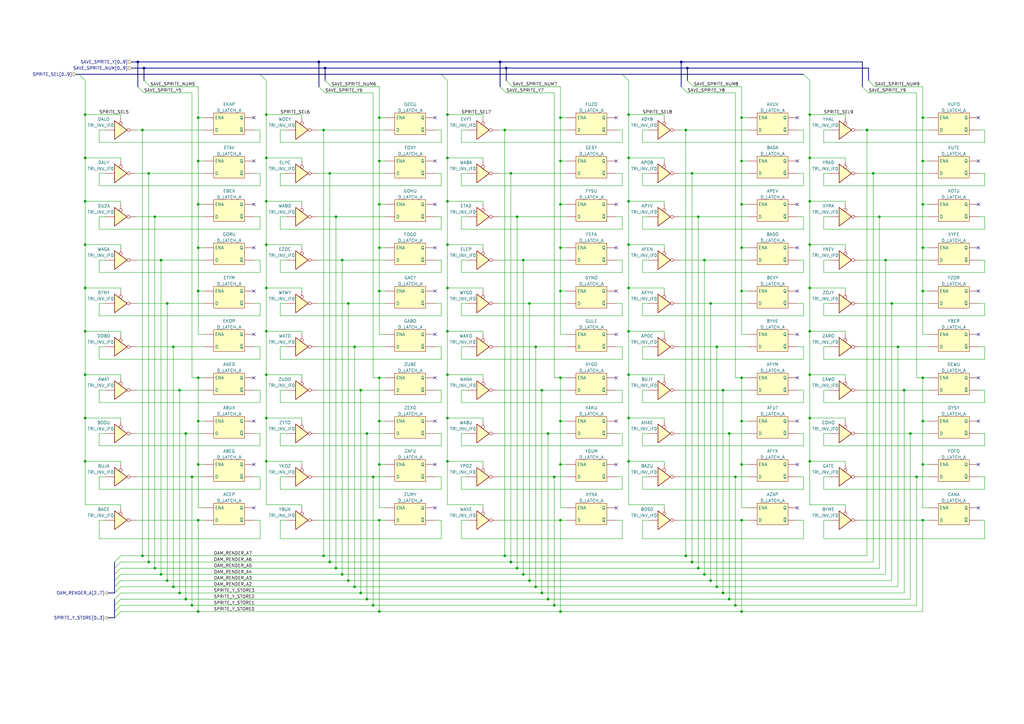
<source format=kicad_sch>
(kicad_sch (version 20211123) (generator eeschema)
  (paper "A3")
  (title_block (title "DMG-CPU B") (date "2023-02-06") (rev "0.4") (company "CC-BY-SA-4.0 Régis Galland & Michael Singer -- Derived work from Furrtek") (comment 1 "https://github.com/msinger/dmg-schematics"))
  (junction (at 229.87 83.82))
  (junction (at 76.2 245.745))
  (junction (at 68.58 238.125))
  (junction (at 304.165 154.94))
  (junction (at 73.66 160.02))
  (junction (at 299.085 177.8))
  (junction (at 81.28 190.5))
  (junction (at 375.92 195.58))
  (junction (at 378.46 83.82))
  (junction (at 78.74 248.285))
  (junction (at 229.87 190.5))
  (junction (at 378.46 154.94))
  (junction (at 68.58 124.46))
  (junction (at 279.4 25.4))
  (junction (at 332.105 100.33))
  (junction (at 304.165 213.36))
  (junction (at 378.46 48.26))
  (junction (at 132.715 227.965))
  (junction (at 257.81 135.89))
  (junction (at 155.575 66.04))
  (junction (at 286.385 233.045))
  (junction (at 34.925 64.77))
  (junction (at 142.875 124.46))
  (junction (at 153.035 248.285))
  (junction (at 283.845 71.12))
  (junction (at 378.46 172.72))
  (junction (at 109.22 153.67))
  (junction (at 81.28 83.82))
  (junction (at 288.925 235.585))
  (junction (at 207.01 227.965))
  (junction (at 130.81 25.4))
  (junction (at 183.515 189.23))
  (junction (at 155.575 101.6))
  (junction (at 368.3 142.24))
  (junction (at 378.46 66.04))
  (junction (at 257.81 100.33))
  (junction (at 109.22 46.99))
  (junction (at 76.2 177.8))
  (junction (at 183.515 135.89))
  (junction (at 78.74 195.58))
  (junction (at 63.5 88.9))
  (junction (at 301.625 195.58))
  (junction (at 140.335 106.68))
  (junction (at 81.28 48.26))
  (junction (at 219.71 142.24))
  (junction (at 205.105 25.4))
  (junction (at 257.81 46.99))
  (junction (at 291.465 124.46))
  (junction (at 34.925 82.55))
  (junction (at 183.515 171.45))
  (junction (at 291.465 238.125))
  (junction (at 109.22 100.33))
  (junction (at 370.84 160.02))
  (junction (at 153.035 195.58))
  (junction (at 34.925 135.89))
  (junction (at 378.46 190.5))
  (junction (at 58.42 53.34))
  (junction (at 229.87 172.72))
  (junction (at 294.005 142.24))
  (junction (at 257.81 153.67))
  (junction (at 378.46 213.36))
  (junction (at 229.87 213.36))
  (junction (at 81.28 213.36))
  (junction (at 109.22 82.55))
  (junction (at 155.575 83.82))
  (junction (at 34.925 118.11))
  (junction (at 360.68 88.9))
  (junction (at 373.38 177.8))
  (junction (at 71.12 142.24))
  (junction (at 145.415 142.24))
  (junction (at 332.105 171.45))
  (junction (at 71.12 240.665))
  (junction (at 229.87 119.38))
  (junction (at 183.515 82.55))
  (junction (at 296.545 243.205))
  (junction (at 58.42 227.965))
  (junction (at 183.515 64.77))
  (junction (at 257.81 118.11))
  (junction (at 142.875 238.125))
  (junction (at 304.165 66.04))
  (junction (at 81.28 101.6))
  (junction (at 183.515 153.67))
  (junction (at 281.305 227.965))
  (junction (at 301.625 248.285))
  (junction (at 229.87 250.825))
  (junction (at 155.575 250.825))
  (junction (at 145.415 240.665))
  (junction (at 304.165 119.38))
  (junction (at 296.545 160.02))
  (junction (at 183.515 46.99))
  (junction (at 155.575 119.38))
  (junction (at 140.335 235.585))
  (junction (at 109.22 189.23))
  (junction (at 34.925 189.23))
  (junction (at 304.165 48.26))
  (junction (at 214.63 235.585))
  (junction (at 299.085 245.745))
  (junction (at 183.515 100.33))
  (junction (at 304.165 172.72))
  (junction (at 355.6 53.34))
  (junction (at 109.22 118.11))
  (junction (at 150.495 177.8))
  (junction (at 229.87 48.26))
  (junction (at 283.845 230.505))
  (junction (at 135.255 230.505))
  (junction (at 332.105 46.99))
  (junction (at 34.925 46.99))
  (junction (at 304.165 83.82))
  (junction (at 378.46 119.38))
  (junction (at 212.09 233.045))
  (junction (at 155.575 172.72))
  (junction (at 217.17 124.46))
  (junction (at 332.105 82.55))
  (junction (at 304.165 250.825))
  (junction (at 207.01 53.34))
  (junction (at 378.46 101.6))
  (junction (at 183.515 118.11))
  (junction (at 224.79 245.745))
  (junction (at 229.87 101.6))
  (junction (at 217.17 238.125))
  (junction (at 332.105 118.11))
  (junction (at 219.71 240.665))
  (junction (at 34.925 153.67))
  (junction (at 222.25 243.205))
  (junction (at 222.25 160.02))
  (junction (at 212.09 88.9))
  (junction (at 332.105 189.23))
  (junction (at 109.22 171.45))
  (junction (at 332.105 64.77))
  (junction (at 147.955 160.02))
  (junction (at 257.81 82.55))
  (junction (at 34.925 171.45))
  (junction (at 294.005 240.665))
  (junction (at 155.575 213.36))
  (junction (at 332.105 135.89))
  (junction (at 81.28 172.72))
  (junction (at 281.305 53.34))
  (junction (at 209.55 230.505))
  (junction (at 137.795 233.045))
  (junction (at 155.575 48.26))
  (junction (at 286.385 88.9))
  (junction (at 81.28 154.94))
  (junction (at 227.33 248.285))
  (junction (at 81.28 119.38))
  (junction (at 66.04 106.68))
  (junction (at 257.81 189.23))
  (junction (at 109.22 64.77))
  (junction (at 304.165 101.6))
  (junction (at 257.81 64.77))
  (junction (at 155.575 154.94))
  (junction (at 59.055 27.94))
  (junction (at 224.79 177.8))
  (junction (at 137.795 88.9))
  (junction (at 358.14 71.12))
  (junction (at 135.255 71.12))
  (junction (at 363.22 106.68))
  (junction (at 207.645 27.94))
  (junction (at 63.5 233.045))
  (junction (at 73.66 243.205))
  (junction (at 227.33 195.58))
  (junction (at 66.04 235.585))
  (junction (at 132.715 53.34))
  (junction (at 332.105 153.67))
  (junction (at 155.575 190.5))
  (junction (at 229.87 154.94))
  (junction (at 209.55 71.12))
  (junction (at 281.94 27.94))
  (junction (at 304.165 190.5))
  (junction (at 288.925 106.68))
  (junction (at 34.925 100.33))
  (junction (at 133.35 27.94))
  (junction (at 150.495 245.745))
  (junction (at 214.63 106.68))
  (junction (at 60.96 71.12))
  (junction (at 365.76 124.46))
  (junction (at 147.955 243.205))
  (junction (at 257.81 171.45))
  (junction (at 109.22 135.89))
  (junction (at 81.28 66.04))
  (junction (at 229.87 66.04))
  (junction (at 60.96 230.505))
  (junction (at 56.515 25.4))
  (junction (at 81.28 250.825))
  (no_connect (at 327.025 190.5))
  (no_connect (at 252.73 190.5))
  (no_connect (at 327.025 66.04))
  (no_connect (at 178.435 190.5))
  (no_connect (at 178.435 137.16))
  (no_connect (at 252.73 83.82))
  (no_connect (at 104.14 137.16))
  (no_connect (at 178.435 154.94))
  (no_connect (at 104.14 83.82))
  (no_connect (at 252.73 137.16))
  (no_connect (at 104.14 208.28))
  (no_connect (at 401.32 137.16))
  (no_connect (at 178.435 83.82))
  (no_connect (at 252.73 119.38))
  (no_connect (at 401.32 66.04))
  (no_connect (at 252.73 101.6))
  (no_connect (at 327.025 119.38))
  (no_connect (at 327.025 48.26))
  (no_connect (at 178.435 48.26))
  (no_connect (at 252.73 208.28))
  (no_connect (at 401.32 172.72))
  (no_connect (at 327.025 137.16))
  (no_connect (at 401.32 208.28))
  (no_connect (at 252.73 154.94))
  (no_connect (at 401.32 101.6))
  (no_connect (at 401.32 119.38))
  (no_connect (at 104.14 66.04))
  (no_connect (at 178.435 119.38))
  (no_connect (at 252.73 48.26))
  (no_connect (at 104.14 101.6))
  (no_connect (at 178.435 66.04))
  (no_connect (at 327.025 172.72))
  (no_connect (at 401.32 190.5))
  (no_connect (at 327.025 154.94))
  (no_connect (at 327.025 83.82))
  (no_connect (at 104.14 119.38))
  (no_connect (at 327.025 101.6))
  (no_connect (at 104.14 172.72))
  (no_connect (at 252.73 66.04))
  (no_connect (at 178.435 172.72))
  (no_connect (at 401.32 83.82))
  (no_connect (at 252.73 172.72))
  (no_connect (at 327.025 208.28))
  (no_connect (at 104.14 190.5))
  (no_connect (at 401.32 154.94))
  (no_connect (at 104.14 154.94))
  (no_connect (at 178.435 101.6))
  (no_connect (at 104.14 48.26))
  (no_connect (at 401.32 48.26))
  (no_connect (at 178.435 208.28))
  (bus_entry (at 205.105 35.56) (size 2.54 2.54))
  (bus_entry (at 32.385 30.48) (size 2.54 2.54))
  (bus_entry (at 279.4 35.56) (size 2.54 2.54))
  (bus_entry (at 130.81 35.56) (size 2.54 2.54))
  (bus_entry (at 180.975 30.48) (size 2.54 2.54))
  (bus_entry (at 133.35 33.02) (size 2.54 2.54))
  (bus_entry (at 56.515 35.56) (size 2.54 2.54))
  (bus_entry (at 255.27 30.48) (size 2.54 2.54))
  (bus_entry (at 356.235 33.02) (size 2.54 2.54))
  (bus_entry (at 106.68 30.48) (size 2.54 2.54))
  (bus_entry (at 46.99 230.505) (size 2.54 -2.54))
  (bus_entry (at 46.99 235.585) (size 2.54 -2.54))
  (bus_entry (at 46.99 243.205) (size 2.54 -2.54))
  (bus_entry (at 49.53 243.205) (size -2.54 2.54))
  (bus_entry (at 46.99 238.125) (size 2.54 -2.54))
  (bus_entry (at 59.055 33.02) (size 2.54 2.54))
  (bus_entry (at 207.645 33.02) (size 2.54 2.54))
  (bus_entry (at 281.94 33.02) (size 2.54 2.54))
  (bus_entry (at 49.53 250.825) (size -2.54 2.54))
  (bus_entry (at 46.99 240.665) (size 2.54 -2.54))
  (bus_entry (at 329.565 30.48) (size 2.54 2.54))
  (bus_entry (at 46.99 233.045) (size 2.54 -2.54))
  (bus_entry (at 49.53 248.285) (size -2.54 2.54))
  (bus_entry (at 49.53 245.745) (size -2.54 2.54))
  (bus_entry (at 353.695 35.56) (size 2.54 2.54))
  (wire (pts (xy 106.68 76.2) (xy 40.64 76.2)))
  (wire (pts (xy 281.305 53.34) (xy 306.705 53.34)))
  (wire (pts (xy 255.27 106.68) (xy 255.27 111.76)))
  (wire (pts (xy 180.975 76.2) (xy 114.935 76.2)))
  (wire (pts (xy 283.845 71.12) (xy 306.705 71.12)))
  (wire (pts (xy 55.88 160.02) (xy 73.66 160.02)))
  (wire (pts (xy 272.415 208.28) (xy 272.415 207.01)))
  (wire (pts (xy 304.165 250.825) (xy 378.46 250.825)))
  (wire (pts (xy 263.525 58.42) (xy 263.525 53.34)))
  (wire (pts (xy 353.06 71.12) (xy 358.14 71.12)))
  (wire (pts (xy 301.625 248.285) (xy 375.92 248.285)))
  (wire (pts (xy 353.06 160.02) (xy 370.84 160.02)))
  (wire (pts (xy 81.28 83.82) (xy 81.28 101.6)))
  (wire (pts (xy 114.935 182.88) (xy 114.935 177.8)))
  (wire (pts (xy 346.71 118.11) (xy 332.105 118.11)))
  (wire (pts (xy 49.53 137.16) (xy 49.53 135.89)))
  (wire (pts (xy 49.53 233.045) (xy 63.5 233.045)))
  (wire (pts (xy 49.53 189.23) (xy 49.53 190.5)))
  (wire (pts (xy 130.175 213.36) (xy 155.575 213.36)))
  (wire (pts (xy 40.64 182.88) (xy 40.64 177.8)))
  (wire (pts (xy 337.82 182.88) (xy 337.82 177.8)))
  (wire (pts (xy 189.23 58.42) (xy 189.23 53.34)))
  (bus (pts (xy 44.45 243.205) (xy 46.99 243.205)))
  (wire (pts (xy 263.525 182.88) (xy 263.525 177.8)))
  (wire (pts (xy 272.415 118.11) (xy 257.81 118.11)))
  (bus (pts (xy 207.645 27.94) (xy 207.645 33.02)))
  (wire (pts (xy 329.565 111.76) (xy 263.525 111.76)))
  (wire (pts (xy 204.47 213.36) (xy 229.87 213.36)))
  (wire (pts (xy 123.825 153.67) (xy 123.825 154.94)))
  (wire (pts (xy 329.565 93.98) (xy 263.525 93.98)))
  (wire (pts (xy 217.17 238.125) (xy 291.465 238.125)))
  (bus (pts (xy 46.99 240.665) (xy 46.99 243.205)))
  (wire (pts (xy 272.415 46.99) (xy 272.415 48.26)))
  (wire (pts (xy 123.825 135.89) (xy 109.22 135.89)))
  (wire (pts (xy 180.975 182.88) (xy 114.935 182.88)))
  (wire (pts (xy 145.415 142.24) (xy 145.415 240.665)))
  (wire (pts (xy 158.115 154.94) (xy 155.575 154.94)))
  (wire (pts (xy 255.27 142.24) (xy 255.27 147.32)))
  (wire (pts (xy 294.005 240.665) (xy 368.3 240.665)))
  (wire (pts (xy 40.64 165.1) (xy 40.64 160.02)))
  (wire (pts (xy 34.925 189.23) (xy 34.925 207.01)))
  (wire (pts (xy 232.41 154.94) (xy 229.87 154.94)))
  (wire (pts (xy 104.14 195.58) (xy 106.68 195.58)))
  (wire (pts (xy 363.22 106.68) (xy 363.22 235.585)))
  (wire (pts (xy 255.27 160.02) (xy 255.27 165.1)))
  (wire (pts (xy 381 48.26) (xy 378.46 48.26)))
  (wire (pts (xy 229.87 83.82) (xy 229.87 101.6)))
  (wire (pts (xy 34.925 153.67) (xy 34.925 171.45)))
  (wire (pts (xy 329.565 53.34) (xy 329.565 58.42)))
  (wire (pts (xy 217.17 124.46) (xy 232.41 124.46)))
  (wire (pts (xy 204.47 71.12) (xy 209.55 71.12)))
  (wire (pts (xy 109.22 82.55) (xy 109.22 100.33)))
  (wire (pts (xy 198.12 171.45) (xy 183.515 171.45)))
  (wire (pts (xy 272.415 137.16) (xy 272.415 135.89)))
  (wire (pts (xy 304.165 172.72) (xy 306.705 172.72)))
  (wire (pts (xy 155.575 101.6) (xy 155.575 119.38)))
  (wire (pts (xy 263.525 160.02) (xy 266.065 160.02)))
  (wire (pts (xy 60.96 230.505) (xy 135.255 230.505)))
  (wire (pts (xy 49.53 243.205) (xy 73.66 243.205)))
  (wire (pts (xy 180.975 220.98) (xy 114.935 220.98)))
  (wire (pts (xy 346.71 135.89) (xy 332.105 135.89)))
  (wire (pts (xy 153.035 154.94) (xy 153.035 38.1)))
  (bus (pts (xy 255.27 30.48) (xy 329.565 30.48)))
  (wire (pts (xy 255.27 76.2) (xy 189.23 76.2)))
  (wire (pts (xy 114.935 200.66) (xy 114.935 195.58)))
  (wire (pts (xy 257.81 189.23) (xy 272.415 189.23)))
  (wire (pts (xy 66.04 106.68) (xy 66.04 235.585)))
  (wire (pts (xy 329.565 200.66) (xy 263.525 200.66)))
  (wire (pts (xy 403.86 220.98) (xy 337.82 220.98)))
  (wire (pts (xy 291.465 124.46) (xy 306.705 124.46)))
  (wire (pts (xy 304.165 66.04) (xy 304.165 83.82)))
  (wire (pts (xy 198.12 82.55) (xy 183.515 82.55)))
  (wire (pts (xy 346.71 64.77) (xy 346.71 66.04)))
  (wire (pts (xy 55.88 213.36) (xy 81.28 213.36)))
  (wire (pts (xy 155.575 190.5) (xy 155.575 208.28)))
  (wire (pts (xy 130.175 88.9) (xy 137.795 88.9)))
  (wire (pts (xy 263.525 124.46) (xy 266.065 124.46)))
  (wire (pts (xy 378.46 83.82) (xy 378.46 101.6)))
  (wire (pts (xy 178.435 142.24) (xy 180.975 142.24)))
  (wire (pts (xy 329.565 76.2) (xy 263.525 76.2)))
  (wire (pts (xy 183.515 189.23) (xy 198.12 189.23)))
  (wire (pts (xy 365.76 238.125) (xy 365.76 124.46)))
  (wire (pts (xy 403.86 106.68) (xy 403.86 111.76)))
  (wire (pts (xy 346.71 82.55) (xy 332.105 82.55)))
  (wire (pts (xy 327.025 213.36) (xy 329.565 213.36)))
  (wire (pts (xy 255.27 200.66) (xy 189.23 200.66)))
  (wire (pts (xy 378.46 66.04) (xy 378.46 83.82)))
  (wire (pts (xy 204.47 106.68) (xy 214.63 106.68)))
  (wire (pts (xy 278.765 160.02) (xy 296.545 160.02)))
  (wire (pts (xy 106.68 58.42) (xy 40.64 58.42)))
  (wire (pts (xy 229.87 154.94) (xy 229.87 172.72)))
  (bus (pts (xy 353.695 25.4) (xy 353.695 35.56)))
  (wire (pts (xy 281.305 227.965) (xy 355.6 227.965)))
  (wire (pts (xy 229.87 66.04) (xy 232.41 66.04)))
  (wire (pts (xy 106.68 71.12) (xy 106.68 76.2)))
  (wire (pts (xy 375.92 154.94) (xy 375.92 38.1)))
  (wire (pts (xy 130.175 106.68) (xy 140.335 106.68)))
  (wire (pts (xy 375.92 195.58) (xy 381 195.58)))
  (wire (pts (xy 278.765 142.24) (xy 294.005 142.24)))
  (wire (pts (xy 255.27 111.76) (xy 189.23 111.76)))
  (wire (pts (xy 34.925 100.33) (xy 49.53 100.33)))
  (wire (pts (xy 355.6 53.34) (xy 355.6 227.965)))
  (wire (pts (xy 291.465 238.125) (xy 365.76 238.125)))
  (wire (pts (xy 263.525 165.1) (xy 263.525 160.02)))
  (wire (pts (xy 263.525 177.8) (xy 266.065 177.8)))
  (wire (pts (xy 130.175 124.46) (xy 142.875 124.46)))
  (wire (pts (xy 286.385 233.045) (xy 360.68 233.045)))
  (wire (pts (xy 368.3 142.24) (xy 381 142.24)))
  (wire (pts (xy 368.3 142.24) (xy 368.3 240.665)))
  (wire (pts (xy 299.085 177.8) (xy 306.705 177.8)))
  (wire (pts (xy 40.64 111.76) (xy 40.64 106.68)))
  (wire (pts (xy 145.415 240.665) (xy 219.71 240.665)))
  (bus (pts (xy 281.94 27.94) (xy 356.235 27.94)))
  (wire (pts (xy 304.165 208.28) (xy 306.705 208.28)))
  (wire (pts (xy 229.87 250.825) (xy 304.165 250.825)))
  (wire (pts (xy 337.82 76.2) (xy 337.82 71.12)))
  (wire (pts (xy 83.82 83.82) (xy 81.28 83.82)))
  (wire (pts (xy 403.86 213.36) (xy 403.86 220.98)))
  (bus (pts (xy 356.235 27.94) (xy 356.235 33.02)))
  (wire (pts (xy 34.925 33.02) (xy 34.925 46.99)))
  (wire (pts (xy 49.53 118.11) (xy 34.925 118.11)))
  (wire (pts (xy 327.025 53.34) (xy 329.565 53.34)))
  (wire (pts (xy 255.27 165.1) (xy 189.23 165.1)))
  (wire (pts (xy 360.68 88.9) (xy 360.68 233.045)))
  (wire (pts (xy 363.22 106.68) (xy 381 106.68)))
  (wire (pts (xy 403.86 76.2) (xy 337.82 76.2)))
  (wire (pts (xy 381 190.5) (xy 378.46 190.5)))
  (wire (pts (xy 49.53 83.82) (xy 49.53 82.55)))
  (wire (pts (xy 104.14 160.02) (xy 106.68 160.02)))
  (wire (pts (xy 109.22 153.67) (xy 123.825 153.67)))
  (wire (pts (xy 353.06 177.8) (xy 373.38 177.8)))
  (wire (pts (xy 81.28 213.36) (xy 81.28 250.825)))
  (wire (pts (xy 114.935 220.98) (xy 114.935 213.36)))
  (wire (pts (xy 106.68 53.34) (xy 106.68 58.42)))
  (wire (pts (xy 229.87 119.38) (xy 229.87 137.16)))
  (wire (pts (xy 73.66 160.02) (xy 83.82 160.02)))
  (wire (pts (xy 378.46 48.26) (xy 378.46 66.04)))
  (wire (pts (xy 403.86 142.24) (xy 403.86 147.32)))
  (wire (pts (xy 255.27 213.36) (xy 255.27 220.98)))
  (wire (pts (xy 178.435 88.9) (xy 180.975 88.9)))
  (wire (pts (xy 155.575 119.38) (xy 155.575 137.16)))
  (wire (pts (xy 337.82 213.36) (xy 340.36 213.36)))
  (bus (pts (xy 53.975 27.94) (xy 59.055 27.94)))
  (wire (pts (xy 60.96 71.12) (xy 60.96 230.505)))
  (wire (pts (xy 114.935 142.24) (xy 117.475 142.24)))
  (wire (pts (xy 109.22 153.67) (xy 109.22 171.45)))
  (wire (pts (xy 252.73 124.46) (xy 255.27 124.46)))
  (wire (pts (xy 189.23 71.12) (xy 191.77 71.12)))
  (wire (pts (xy 40.64 88.9) (xy 43.18 88.9)))
  (wire (pts (xy 81.28 172.72) (xy 83.82 172.72)))
  (wire (pts (xy 263.525 220.98) (xy 263.525 213.36)))
  (wire (pts (xy 222.25 160.02) (xy 232.41 160.02)))
  (wire (pts (xy 104.14 88.9) (xy 106.68 88.9)))
  (wire (pts (xy 155.575 66.04) (xy 155.575 83.82)))
  (wire (pts (xy 135.255 71.12) (xy 135.255 230.505)))
  (wire (pts (xy 83.82 154.94) (xy 81.28 154.94)))
  (wire (pts (xy 49.53 227.965) (xy 58.42 227.965)))
  (wire (pts (xy 229.87 190.5) (xy 229.87 208.28)))
  (wire (pts (xy 114.935 53.34) (xy 117.475 53.34)))
  (wire (pts (xy 263.525 111.76) (xy 263.525 106.68)))
  (wire (pts (xy 189.23 195.58) (xy 191.77 195.58)))
  (wire (pts (xy 281.305 53.34) (xy 281.305 227.965)))
  (wire (pts (xy 155.575 154.94) (xy 155.575 172.72)))
  (wire (pts (xy 252.73 106.68) (xy 255.27 106.68)))
  (wire (pts (xy 252.73 53.34) (xy 255.27 53.34)))
  (wire (pts (xy 329.565 129.54) (xy 263.525 129.54)))
  (wire (pts (xy 232.41 190.5) (xy 229.87 190.5)))
  (wire (pts (xy 332.105 64.77) (xy 332.105 46.99)))
  (wire (pts (xy 207.01 53.34) (xy 207.01 227.965)))
  (wire (pts (xy 109.22 64.77) (xy 109.22 82.55)))
  (wire (pts (xy 378.46 154.94) (xy 378.46 172.72)))
  (wire (pts (xy 272.415 83.82) (xy 272.415 82.55)))
  (wire (pts (xy 73.66 160.02) (xy 73.66 243.205)))
  (wire (pts (xy 123.825 189.23) (xy 123.825 190.5)))
  (wire (pts (xy 189.23 53.34) (xy 191.77 53.34)))
  (wire (pts (xy 40.64 147.32) (xy 40.64 142.24)))
  (wire (pts (xy 346.71 208.28) (xy 346.71 207.01)))
  (wire (pts (xy 403.86 71.12) (xy 403.86 76.2)))
  (wire (pts (xy 288.925 106.68) (xy 306.705 106.68)))
  (wire (pts (xy 327.025 106.68) (xy 329.565 106.68)))
  (wire (pts (xy 255.27 93.98) (xy 189.23 93.98)))
  (wire (pts (xy 263.525 213.36) (xy 266.065 213.36)))
  (wire (pts (xy 66.04 235.585) (xy 140.335 235.585)))
  (wire (pts (xy 329.565 106.68) (xy 329.565 111.76)))
  (wire (pts (xy 198.12 153.67) (xy 198.12 154.94)))
  (wire (pts (xy 78.74 195.58) (xy 78.74 248.285)))
  (wire (pts (xy 255.27 195.58) (xy 255.27 200.66)))
  (wire (pts (xy 403.86 147.32) (xy 337.82 147.32)))
  (wire (pts (xy 222.25 160.02) (xy 222.25 243.205)))
  (wire (pts (xy 81.28 119.38) (xy 81.28 137.16)))
  (wire (pts (xy 155.575 172.72) (xy 155.575 190.5)))
  (wire (pts (xy 365.76 124.46) (xy 381 124.46)))
  (wire (pts (xy 68.58 238.125) (xy 68.58 124.46)))
  (wire (pts (xy 104.14 124.46) (xy 106.68 124.46)))
  (wire (pts (xy 401.32 88.9) (xy 403.86 88.9)))
  (wire (pts (xy 109.22 189.23) (xy 109.22 207.01)))
  (wire (pts (xy 58.42 53.34) (xy 58.42 227.965)))
  (wire (pts (xy 401.32 71.12) (xy 403.86 71.12)))
  (wire (pts (xy 123.825 118.11) (xy 109.22 118.11)))
  (wire (pts (xy 180.975 165.1) (xy 114.935 165.1)))
  (bus (pts (xy 56.515 25.4) (xy 56.515 35.56)))
  (bus (pts (xy 46.99 238.125) (xy 46.99 240.665)))
  (wire (pts (xy 198.12 119.38) (xy 198.12 118.11)))
  (wire (pts (xy 263.525 106.68) (xy 266.065 106.68)))
  (wire (pts (xy 198.12 118.11) (xy 183.515 118.11)))
  (wire (pts (xy 232.41 48.26) (xy 229.87 48.26)))
  (wire (pts (xy 401.32 177.8) (xy 403.86 177.8)))
  (wire (pts (xy 257.81 135.89) (xy 257.81 153.67)))
  (wire (pts (xy 114.935 93.98) (xy 114.935 88.9)))
  (wire (pts (xy 180.975 58.42) (xy 114.935 58.42)))
  (bus (pts (xy 56.515 25.4) (xy 130.81 25.4)))
  (bus (pts (xy 279.4 25.4) (xy 353.695 25.4)))
  (wire (pts (xy 229.87 172.72) (xy 229.87 190.5)))
  (wire (pts (xy 257.81 82.55) (xy 257.81 100.33)))
  (wire (pts (xy 106.68 129.54) (xy 40.64 129.54)))
  (bus (pts (xy 130.81 25.4) (xy 130.81 35.56)))
  (wire (pts (xy 180.975 71.12) (xy 180.975 76.2)))
  (wire (pts (xy 229.87 213.36) (xy 232.41 213.36)))
  (wire (pts (xy 130.175 142.24) (xy 145.415 142.24)))
  (wire (pts (xy 158.115 83.82) (xy 155.575 83.82)))
  (wire (pts (xy 198.12 46.99) (xy 198.12 48.26)))
  (wire (pts (xy 296.545 160.02) (xy 306.705 160.02)))
  (wire (pts (xy 332.105 118.11) (xy 332.105 135.89)))
  (wire (pts (xy 332.105 153.67) (xy 332.105 171.45)))
  (bus (pts (xy 59.055 27.94) (xy 133.35 27.94)))
  (wire (pts (xy 299.085 177.8) (xy 299.085 245.745)))
  (wire (pts (xy 68.58 124.46) (xy 83.82 124.46)))
  (wire (pts (xy 403.86 88.9) (xy 403.86 93.98)))
  (wire (pts (xy 114.935 177.8) (xy 117.475 177.8)))
  (wire (pts (xy 332.105 82.55) (xy 332.105 100.33)))
  (wire (pts (xy 104.14 177.8) (xy 106.68 177.8)))
  (wire (pts (xy 189.23 93.98) (xy 189.23 88.9)))
  (wire (pts (xy 114.935 165.1) (xy 114.935 160.02)))
  (wire (pts (xy 145.415 142.24) (xy 158.115 142.24)))
  (wire (pts (xy 257.81 118.11) (xy 257.81 135.89)))
  (wire (pts (xy 219.71 142.24) (xy 219.71 240.665)))
  (wire (pts (xy 180.975 106.68) (xy 180.975 111.76)))
  (wire (pts (xy 49.53 240.665) (xy 71.12 240.665)))
  (wire (pts (xy 189.23 220.98) (xy 189.23 213.36)))
  (wire (pts (xy 232.41 119.38) (xy 229.87 119.38)))
  (wire (pts (xy 130.175 53.34) (xy 132.715 53.34)))
  (wire (pts (xy 272.415 153.67) (xy 272.415 154.94)))
  (wire (pts (xy 327.025 71.12) (xy 329.565 71.12)))
  (wire (pts (xy 114.935 111.76) (xy 114.935 106.68)))
  (wire (pts (xy 155.575 101.6) (xy 158.115 101.6)))
  (wire (pts (xy 373.38 177.8) (xy 381 177.8)))
  (wire (pts (xy 198.12 83.82) (xy 198.12 82.55)))
  (wire (pts (xy 198.12 189.23) (xy 198.12 190.5)))
  (wire (pts (xy 329.565 213.36) (xy 329.565 220.98)))
  (wire (pts (xy 183.515 118.11) (xy 183.515 135.89)))
  (wire (pts (xy 255.27 71.12) (xy 255.27 76.2)))
  (wire (pts (xy 358.14 71.12) (xy 358.14 230.505)))
  (wire (pts (xy 224.79 245.745) (xy 299.085 245.745)))
  (wire (pts (xy 183.515 135.89) (xy 183.515 153.67)))
  (bus (pts (xy 205.105 25.4) (xy 205.105 35.56)))
  (wire (pts (xy 155.575 213.36) (xy 155.575 250.825)))
  (wire (pts (xy 337.82 177.8) (xy 340.36 177.8)))
  (wire (pts (xy 304.165 119.38) (xy 304.165 137.16)))
  (wire (pts (xy 189.23 147.32) (xy 189.23 142.24)))
  (bus (pts (xy 46.99 233.045) (xy 46.99 235.585)))
  (wire (pts (xy 286.385 88.9) (xy 286.385 233.045)))
  (wire (pts (xy 49.53 250.825) (xy 81.28 250.825)))
  (wire (pts (xy 114.935 147.32) (xy 114.935 142.24)))
  (wire (pts (xy 40.64 106.68) (xy 43.18 106.68)))
  (wire (pts (xy 304.165 66.04) (xy 306.705 66.04)))
  (wire (pts (xy 40.64 220.98) (xy 40.64 213.36)))
  (wire (pts (xy 381 154.94) (xy 378.46 154.94)))
  (wire (pts (xy 263.525 88.9) (xy 266.065 88.9)))
  (wire (pts (xy 304.165 137.16) (xy 306.705 137.16)))
  (wire (pts (xy 49.53 46.99) (xy 49.53 48.26)))
  (wire (pts (xy 81.28 250.825) (xy 155.575 250.825)))
  (wire (pts (xy 198.12 207.01) (xy 183.515 207.01)))
  (wire (pts (xy 132.715 53.34) (xy 158.115 53.34)))
  (wire (pts (xy 123.825 83.82) (xy 123.825 82.55)))
  (wire (pts (xy 123.825 64.77) (xy 123.825 66.04)))
  (wire (pts (xy 73.66 243.205) (xy 147.955 243.205)))
  (wire (pts (xy 403.86 58.42) (xy 337.82 58.42)))
  (wire (pts (xy 40.64 142.24) (xy 43.18 142.24)))
  (wire (pts (xy 204.47 142.24) (xy 219.71 142.24)))
  (wire (pts (xy 207.01 227.965) (xy 281.305 227.965)))
  (wire (pts (xy 296.545 243.205) (xy 370.84 243.205)))
  (wire (pts (xy 133.35 38.1) (xy 153.035 38.1)))
  (wire (pts (xy 40.64 76.2) (xy 40.64 71.12)))
  (wire (pts (xy 332.105 64.77) (xy 332.105 82.55)))
  (wire (pts (xy 332.105 135.89) (xy 332.105 153.67)))
  (wire (pts (xy 353.06 53.34) (xy 355.6 53.34)))
  (wire (pts (xy 403.86 111.76) (xy 337.82 111.76)))
  (wire (pts (xy 252.73 160.02) (xy 255.27 160.02)))
  (wire (pts (xy 401.32 195.58) (xy 403.86 195.58)))
  (wire (pts (xy 306.705 83.82) (xy 304.165 83.82)))
  (wire (pts (xy 255.27 220.98) (xy 189.23 220.98)))
  (wire (pts (xy 81.28 66.04) (xy 83.82 66.04)))
  (wire (pts (xy 291.465 238.125) (xy 291.465 124.46)))
  (bus (pts (xy 281.94 27.94) (xy 281.94 33.02)))
  (wire (pts (xy 178.435 106.68) (xy 180.975 106.68)))
  (wire (pts (xy 135.255 230.505) (xy 209.55 230.505)))
  (wire (pts (xy 178.435 213.36) (xy 180.975 213.36)))
  (wire (pts (xy 198.12 100.33) (xy 198.12 101.6)))
  (wire (pts (xy 34.925 118.11) (xy 34.925 135.89)))
  (wire (pts (xy 49.53 235.585) (xy 66.04 235.585)))
  (bus (pts (xy 133.35 27.94) (xy 207.645 27.94)))
  (wire (pts (xy 183.515 189.23) (xy 183.515 207.01)))
  (wire (pts (xy 278.765 106.68) (xy 288.925 106.68)))
  (wire (pts (xy 337.82 124.46) (xy 340.36 124.46)))
  (wire (pts (xy 147.955 160.02) (xy 147.955 243.205)))
  (wire (pts (xy 49.53 207.01) (xy 34.925 207.01)))
  (wire (pts (xy 204.47 195.58) (xy 227.33 195.58)))
  (wire (pts (xy 40.64 213.36) (xy 43.18 213.36)))
  (wire (pts (xy 263.525 76.2) (xy 263.525 71.12)))
  (wire (pts (xy 34.925 135.89) (xy 34.925 153.67)))
  (wire (pts (xy 142.875 238.125) (xy 142.875 124.46)))
  (wire (pts (xy 123.825 82.55) (xy 109.22 82.55)))
  (wire (pts (xy 207.645 38.1) (xy 227.33 38.1)))
  (wire (pts (xy 189.23 76.2) (xy 189.23 71.12)))
  (wire (pts (xy 209.55 230.505) (xy 283.845 230.505)))
  (wire (pts (xy 329.565 220.98) (xy 263.525 220.98)))
  (bus (pts (xy 46.99 248.285) (xy 46.99 245.745)))
  (wire (pts (xy 106.68 142.24) (xy 106.68 147.32)))
  (wire (pts (xy 229.87 172.72) (xy 232.41 172.72)))
  (wire (pts (xy 78.74 248.285) (xy 153.035 248.285)))
  (wire (pts (xy 306.705 119.38) (xy 304.165 119.38)))
  (wire (pts (xy 130.175 177.8) (xy 150.495 177.8)))
  (wire (pts (xy 278.765 177.8) (xy 299.085 177.8)))
  (wire (pts (xy 304.165 48.26) (xy 304.165 35.56)))
  (wire (pts (xy 104.14 53.34) (xy 106.68 53.34)))
  (wire (pts (xy 229.87 137.16) (xy 232.41 137.16)))
  (wire (pts (xy 109.22 100.33) (xy 109.22 118.11)))
  (wire (pts (xy 49.53 171.45) (xy 34.925 171.45)))
  (wire (pts (xy 104.14 213.36) (xy 106.68 213.36)))
  (wire (pts (xy 401.32 106.68) (xy 403.86 106.68)))
  (wire (pts (xy 155.575 154.94) (xy 153.035 154.94)))
  (wire (pts (xy 329.565 142.24) (xy 329.565 147.32)))
  (wire (pts (xy 78.74 195.58) (xy 83.82 195.58)))
  (wire (pts (xy 370.84 160.02) (xy 370.84 243.205)))
  (wire (pts (xy 180.975 213.36) (xy 180.975 220.98)))
  (wire (pts (xy 403.86 53.34) (xy 403.86 58.42)))
  (wire (pts (xy 109.22 135.89) (xy 109.22 153.67)))
  (wire (pts (xy 378.46 66.04) (xy 381 66.04)))
  (wire (pts (xy 272.415 171.45) (xy 257.81 171.45)))
  (wire (pts (xy 286.385 88.9) (xy 306.705 88.9)))
  (wire (pts (xy 106.68 177.8) (xy 106.68 182.88)))
  (wire (pts (xy 76.2 245.745) (xy 150.495 245.745)))
  (wire (pts (xy 49.53 172.72) (xy 49.53 171.45)))
  (wire (pts (xy 227.33 195.58) (xy 227.33 248.285)))
  (wire (pts (xy 178.435 177.8) (xy 180.975 177.8)))
  (wire (pts (xy 158.115 119.38) (xy 155.575 119.38)))
  (wire (pts (xy 229.87 154.94) (xy 227.33 154.94)))
  (wire (pts (xy 263.525 195.58) (xy 266.065 195.58)))
  (wire (pts (xy 378.46 213.36) (xy 381 213.36)))
  (wire (pts (xy 294.005 142.24) (xy 306.705 142.24)))
  (wire (pts (xy 222.25 243.205) (xy 296.545 243.205)))
  (wire (pts (xy 106.68 200.66) (xy 40.64 200.66)))
  (wire (pts (xy 229.87 66.04) (xy 229.87 83.82)))
  (wire (pts (xy 178.435 71.12) (xy 180.975 71.12)))
  (wire (pts (xy 327.025 124.46) (xy 329.565 124.46)))
  (wire (pts (xy 180.975 177.8) (xy 180.975 182.88)))
  (wire (pts (xy 81.28 172.72) (xy 81.28 190.5)))
  (wire (pts (xy 147.955 243.205) (xy 222.25 243.205)))
  (wire (pts (xy 283.845 230.505) (xy 358.14 230.505)))
  (wire (pts (xy 123.825 46.99) (xy 123.825 48.26)))
  (wire (pts (xy 135.89 35.56) (xy 155.575 35.56)))
  (wire (pts (xy 189.23 177.8) (xy 191.77 177.8)))
  (bus (pts (xy 46.99 248.285) (xy 46.99 250.825)))
  (wire (pts (xy 155.575 48.26) (xy 155.575 35.56)))
  (wire (pts (xy 109.22 100.33) (xy 123.825 100.33)))
  (wire (pts (xy 229.87 101.6) (xy 232.41 101.6)))
  (wire (pts (xy 304.165 190.5) (xy 304.165 208.28)))
  (wire (pts (xy 332.105 46.99) (xy 346.71 46.99)))
  (wire (pts (xy 81.28 190.5) (xy 81.28 208.28)))
  (wire (pts (xy 304.165 48.26) (xy 304.165 66.04)))
  (wire (pts (xy 272.415 135.89) (xy 257.81 135.89)))
  (wire (pts (xy 155.575 66.04) (xy 158.115 66.04)))
  (wire (pts (xy 155.575 208.28) (xy 158.115 208.28)))
  (wire (pts (xy 114.935 129.54) (xy 114.935 124.46)))
  (wire (pts (xy 278.765 124.46) (xy 291.465 124.46)))
  (wire (pts (xy 332.105 153.67) (xy 346.71 153.67)))
  (wire (pts (xy 329.565 71.12) (xy 329.565 76.2)))
  (wire (pts (xy 255.27 58.42) (xy 189.23 58.42)))
  (wire (pts (xy 55.88 88.9) (xy 63.5 88.9)))
  (wire (pts (xy 403.86 177.8) (xy 403.86 182.88)))
  (wire (pts (xy 337.82 106.68) (xy 340.36 106.68)))
  (wire (pts (xy 150.495 177.8) (xy 150.495 245.745)))
  (wire (pts (xy 219.71 142.24) (xy 232.41 142.24)))
  (wire (pts (xy 257.81 64.77) (xy 257.81 46.99)))
  (bus (pts (xy 59.055 27.94) (xy 59.055 33.02)))
  (wire (pts (xy 301.625 195.58) (xy 301.625 248.285)))
  (wire (pts (xy 178.435 195.58) (xy 180.975 195.58)))
  (wire (pts (xy 34.925 64.77) (xy 34.925 82.55)))
  (wire (pts (xy 83.82 48.26) (xy 81.28 48.26)))
  (wire (pts (xy 178.435 124.46) (xy 180.975 124.46)))
  (wire (pts (xy 210.185 35.56) (xy 229.87 35.56)))
  (bus (pts (xy 279.4 25.4) (xy 279.4 35.56)))
  (wire (pts (xy 272.415 207.01) (xy 257.81 207.01)))
  (wire (pts (xy 329.565 195.58) (xy 329.565 200.66)))
  (wire (pts (xy 346.71 119.38) (xy 346.71 118.11)))
  (wire (pts (xy 123.825 171.45) (xy 109.22 171.45)))
  (wire (pts (xy 329.565 147.32) (xy 263.525 147.32)))
  (wire (pts (xy 346.71 172.72) (xy 346.71 171.45)))
  (wire (pts (xy 263.525 200.66) (xy 263.525 195.58)))
  (wire (pts (xy 158.115 190.5) (xy 155.575 190.5)))
  (wire (pts (xy 263.525 71.12) (xy 266.065 71.12)))
  (wire (pts (xy 155.575 137.16) (xy 158.115 137.16)))
  (wire (pts (xy 257.81 100.33) (xy 272.415 100.33)))
  (wire (pts (xy 71.12 240.665) (xy 145.415 240.665)))
  (wire (pts (xy 378.46 101.6) (xy 378.46 119.38)))
  (wire (pts (xy 337.82 142.24) (xy 340.36 142.24)))
  (wire (pts (xy 304.165 172.72) (xy 304.165 190.5)))
  (wire (pts (xy 224.79 177.8) (xy 224.79 245.745)))
  (wire (pts (xy 155.575 213.36) (xy 158.115 213.36)))
  (wire (pts (xy 214.63 235.585) (xy 288.925 235.585)))
  (wire (pts (xy 337.82 200.66) (xy 337.82 195.58)))
  (wire (pts (xy 346.71 171.45) (xy 332.105 171.45)))
  (wire (pts (xy 55.88 124.46) (xy 68.58 124.46)))
  (wire (pts (xy 114.935 213.36) (xy 117.475 213.36)))
  (wire (pts (xy 63.5 88.9) (xy 83.82 88.9)))
  (wire (pts (xy 40.64 71.12) (xy 43.18 71.12)))
  (wire (pts (xy 81.28 48.26) (xy 81.28 35.56)))
  (bus (pts (xy 180.975 30.48) (xy 255.27 30.48)))
  (wire (pts (xy 34.925 46.99) (xy 49.53 46.99)))
  (wire (pts (xy 147.955 160.02) (xy 158.115 160.02)))
  (wire (pts (xy 114.935 124.46) (xy 117.475 124.46)))
  (wire (pts (xy 204.47 177.8) (xy 224.79 177.8)))
  (wire (pts (xy 63.5 88.9) (xy 63.5 233.045)))
  (wire (pts (xy 140.335 106.68) (xy 158.115 106.68)))
  (wire (pts (xy 34.925 153.67) (xy 49.53 153.67)))
  (wire (pts (xy 204.47 124.46) (xy 217.17 124.46)))
  (wire (pts (xy 301.625 195.58) (xy 306.705 195.58)))
  (wire (pts (xy 401.32 213.36) (xy 403.86 213.36)))
  (wire (pts (xy 114.935 76.2) (xy 114.935 71.12)))
  (wire (pts (xy 288.925 235.585) (xy 363.22 235.585)))
  (wire (pts (xy 346.71 153.67) (xy 346.71 154.94)))
  (wire (pts (xy 58.42 227.965) (xy 132.715 227.965)))
  (wire (pts (xy 180.975 147.32) (xy 114.935 147.32)))
  (wire (pts (xy 40.64 93.98) (xy 40.64 88.9)))
  (wire (pts (xy 137.795 88.9) (xy 158.115 88.9)))
  (wire (pts (xy 329.565 177.8) (xy 329.565 182.88)))
  (wire (pts (xy 304.165 101.6) (xy 306.705 101.6)))
  (wire (pts (xy 114.935 71.12) (xy 117.475 71.12)))
  (wire (pts (xy 257.81 64.77) (xy 257.81 82.55)))
  (wire (pts (xy 34.925 64.77) (xy 34.925 46.99)))
  (wire (pts (xy 198.12 64.77) (xy 198.12 66.04)))
  (wire (pts (xy 55.88 177.8) (xy 76.2 177.8)))
  (wire (pts (xy 81.28 154.94) (xy 81.28 172.72)))
  (wire (pts (xy 332.105 189.23) (xy 346.71 189.23)))
  (wire (pts (xy 180.975 88.9) (xy 180.975 93.98)))
  (wire (pts (xy 381 83.82) (xy 378.46 83.82)))
  (wire (pts (xy 403.86 129.54) (xy 337.82 129.54)))
  (wire (pts (xy 180.975 129.54) (xy 114.935 129.54)))
  (wire (pts (xy 329.565 160.02) (xy 329.565 165.1)))
  (wire (pts (xy 355.6 53.34) (xy 381 53.34)))
  (wire (pts (xy 81.28 154.94) (xy 78.74 154.94)))
  (wire (pts (xy 272.415 172.72) (xy 272.415 171.45)))
  (wire (pts (xy 66.04 106.68) (xy 83.82 106.68)))
  (wire (pts (xy 304.165 83.82) (xy 304.165 101.6)))
  (wire (pts (xy 135.255 71.12) (xy 158.115 71.12)))
  (wire (pts (xy 332.105 33.02) (xy 332.105 46.99)))
  (wire (pts (xy 288.925 106.68) (xy 288.925 235.585)))
  (wire (pts (xy 189.23 182.88) (xy 189.23 177.8)))
  (wire (pts (xy 106.68 182.88) (xy 40.64 182.88)))
  (wire (pts (xy 40.64 160.02) (xy 43.18 160.02)))
  (wire (pts (xy 150.495 245.745) (xy 224.79 245.745)))
  (wire (pts (xy 106.68 195.58) (xy 106.68 200.66)))
  (wire (pts (xy 209.55 71.12) (xy 232.41 71.12)))
  (wire (pts (xy 106.68 106.68) (xy 106.68 111.76)))
  (wire (pts (xy 327.025 88.9) (xy 329.565 88.9)))
  (wire (pts (xy 155.575 172.72) (xy 158.115 172.72)))
  (wire (pts (xy 346.71 189.23) (xy 346.71 190.5)))
  (wire (pts (xy 189.23 88.9) (xy 191.77 88.9)))
  (wire (pts (xy 227.33 248.285) (xy 301.625 248.285)))
  (wire (pts (xy 189.23 111.76) (xy 189.23 106.68)))
  (wire (pts (xy 209.55 71.12) (xy 209.55 230.505)))
  (wire (pts (xy 306.705 190.5) (xy 304.165 190.5)))
  (wire (pts (xy 55.88 106.68) (xy 66.04 106.68)))
  (wire (pts (xy 183.515 33.02) (xy 183.515 46.99)))
  (wire (pts (xy 123.825 119.38) (xy 123.825 118.11)))
  (wire (pts (xy 257.81 153.67) (xy 257.81 171.45)))
  (wire (pts (xy 337.82 129.54) (xy 337.82 124.46)))
  (wire (pts (xy 401.32 53.34) (xy 403.86 53.34)))
  (wire (pts (xy 252.73 88.9) (xy 255.27 88.9)))
  (wire (pts (xy 229.87 48.26) (xy 229.87 66.04)))
  (wire (pts (xy 123.825 208.28) (xy 123.825 207.01)))
  (wire (pts (xy 346.71 137.16) (xy 346.71 135.89)))
  (wire (pts (xy 49.53 230.505) (xy 60.96 230.505)))
  (wire (pts (xy 252.73 213.36) (xy 255.27 213.36)))
  (wire (pts (xy 155.575 250.825) (xy 229.87 250.825)))
  (wire (pts (xy 219.71 240.665) (xy 294.005 240.665)))
  (wire (pts (xy 278.765 53.34) (xy 281.305 53.34)))
  (wire (pts (xy 257.81 46.99) (xy 272.415 46.99)))
  (wire (pts (xy 252.73 71.12) (xy 255.27 71.12)))
  (wire (pts (xy 59.055 38.1) (xy 78.74 38.1)))
  (wire (pts (xy 337.82 93.98) (xy 337.82 88.9)))
  (wire (pts (xy 378.46 213.36) (xy 378.46 250.825)))
  (wire (pts (xy 178.435 53.34) (xy 180.975 53.34)))
  (wire (pts (xy 142.875 238.125) (xy 217.17 238.125)))
  (wire (pts (xy 198.12 172.72) (xy 198.12 171.45)))
  (wire (pts (xy 137.795 233.045) (xy 212.09 233.045)))
  (wire (pts (xy 198.12 135.89) (xy 183.515 135.89)))
  (wire (pts (xy 130.175 160.02) (xy 147.955 160.02)))
  (wire (pts (xy 212.09 88.9) (xy 232.41 88.9)))
  (wire (pts (xy 183.515 100.33) (xy 198.12 100.33)))
  (wire (pts (xy 81.28 101.6) (xy 81.28 119.38)))
  (wire (pts (xy 106.68 124.46) (xy 106.68 129.54)))
  (wire (pts (xy 370.84 160.02) (xy 381 160.02)))
  (wire (pts (xy 180.975 53.34) (xy 180.975 58.42)))
  (wire (pts (xy 155.575 48.26) (xy 155.575 66.04)))
  (wire (pts (xy 178.435 160.02) (xy 180.975 160.02)))
  (wire (pts (xy 214.63 106.68) (xy 214.63 235.585)))
  (wire (pts (xy 278.765 71.12) (xy 283.845 71.12)))
  (wire (pts (xy 68.58 238.125) (xy 142.875 238.125)))
  (wire (pts (xy 132.715 227.965) (xy 207.01 227.965)))
  (wire (pts (xy 378.46 208.28) (xy 381 208.28)))
  (wire (pts (xy 378.46 154.94) (xy 375.92 154.94)))
  (wire (pts (xy 140.335 235.585) (xy 214.63 235.585)))
  (wire (pts (xy 180.975 195.58) (xy 180.975 200.66)))
  (bus (pts (xy 32.385 30.48) (xy 106.68 30.48)))
  (wire (pts (xy 306.705 48.26) (xy 304.165 48.26)))
  (wire (pts (xy 257.81 189.23) (xy 257.81 207.01)))
  (wire (pts (xy 81.28 48.26) (xy 81.28 66.04)))
  (wire (pts (xy 189.23 142.24) (xy 191.77 142.24)))
  (wire (pts (xy 257.81 100.33) (xy 257.81 118.11)))
  (wire (pts (xy 109.22 46.99) (xy 123.825 46.99)))
  (wire (pts (xy 263.525 93.98) (xy 263.525 88.9)))
  (wire (pts (xy 346.71 83.82) (xy 346.71 82.55)))
  (wire (pts (xy 353.06 124.46) (xy 365.76 124.46)))
  (wire (pts (xy 257.81 64.77) (xy 272.415 64.77)))
  (wire (pts (xy 356.235 38.1) (xy 375.92 38.1)))
  (wire (pts (xy 40.64 129.54) (xy 40.64 124.46)))
  (wire (pts (xy 204.47 160.02) (xy 222.25 160.02)))
  (wire (pts (xy 378.46 137.16) (xy 381 137.16)))
  (wire (pts (xy 373.38 177.8) (xy 373.38 245.745)))
  (wire (pts (xy 332.105 189.23) (xy 332.105 207.01)))
  (wire (pts (xy 255.27 124.46) (xy 255.27 129.54)))
  (wire (pts (xy 212.09 233.045) (xy 286.385 233.045)))
  (wire (pts (xy 255.27 88.9) (xy 255.27 93.98)))
  (wire (pts (xy 353.06 142.24) (xy 368.3 142.24)))
  (wire (pts (xy 49.53 153.67) (xy 49.53 154.94)))
  (wire (pts (xy 49.53 248.285) (xy 78.74 248.285)))
  (wire (pts (xy 332.105 64.77) (xy 346.71 64.77)))
  (wire (pts (xy 329.565 124.46) (xy 329.565 129.54)))
  (wire (pts (xy 61.595 35.56) (xy 81.28 35.56)))
  (wire (pts (xy 353.06 213.36) (xy 378.46 213.36)))
  (wire (pts (xy 55.88 71.12) (xy 60.96 71.12)))
  (wire (pts (xy 278.765 213.36) (xy 304.165 213.36)))
  (wire (pts (xy 337.82 111.76) (xy 337.82 106.68)))
  (wire (pts (xy 327.025 160.02) (xy 329.565 160.02)))
  (wire (pts (xy 104.14 142.24) (xy 106.68 142.24)))
  (wire (pts (xy 257.81 171.45) (xy 257.81 189.23)))
  (wire (pts (xy 332.105 100.33) (xy 346.71 100.33)))
  (wire (pts (xy 114.935 58.42) (xy 114.935 53.34)))
  (wire (pts (xy 34.925 82.55) (xy 34.925 100.33)))
  (wire (pts (xy 58.42 53.34) (xy 83.82 53.34)))
  (wire (pts (xy 76.2 177.8) (xy 83.82 177.8)))
  (wire (pts (xy 281.94 38.1) (xy 301.625 38.1)))
  (wire (pts (xy 337.82 71.12) (xy 340.36 71.12)))
  (wire (pts (xy 255.27 53.34) (xy 255.27 58.42)))
  (wire (pts (xy 49.53 238.125) (xy 68.58 238.125)))
  (wire (pts (xy 49.53 208.28) (xy 49.53 207.01)))
  (wire (pts (xy 114.935 88.9) (xy 117.475 88.9)))
  (wire (pts (xy 358.14 71.12) (xy 381 71.12)))
  (wire (pts (xy 337.82 160.02) (xy 340.36 160.02)))
  (wire (pts (xy 81.28 213.36) (xy 83.82 213.36)))
  (wire (pts (xy 106.68 220.98) (xy 40.64 220.98)))
  (wire (pts (xy 49.53 135.89) (xy 34.925 135.89)))
  (wire (pts (xy 403.86 195.58) (xy 403.86 200.66)))
  (wire (pts (xy 332.105 100.33) (xy 332.105 118.11)))
  (wire (pts (xy 114.935 195.58) (xy 117.475 195.58)))
  (wire (pts (xy 189.23 160.02) (xy 191.77 160.02)))
  (bus (pts (xy 46.99 250.825) (xy 46.99 253.365)))
  (wire (pts (xy 81.28 208.28) (xy 83.82 208.28)))
  (wire (pts (xy 83.82 119.38) (xy 81.28 119.38)))
  (wire (pts (xy 34.925 171.45) (xy 34.925 189.23)))
  (wire (pts (xy 153.035 195.58) (xy 153.035 248.285)))
  (wire (pts (xy 229.87 48.26) (xy 229.87 35.56)))
  (wire (pts (xy 123.825 100.33) (xy 123.825 101.6)))
  (wire (pts (xy 207.01 53.34) (xy 232.41 53.34)))
  (wire (pts (xy 378.46 119.38) (xy 378.46 137.16)))
  (wire (pts (xy 137.795 88.9) (xy 137.795 233.045)))
  (wire (pts (xy 346.71 100.33) (xy 346.71 101.6)))
  (wire (pts (xy 329.565 165.1) (xy 263.525 165.1)))
  (wire (pts (xy 183.515 153.67) (xy 183.515 171.45)))
  (wire (pts (xy 378.46 101.6) (xy 381 101.6)))
  (wire (pts (xy 180.975 142.24) (xy 180.975 147.32)))
  (bus (pts (xy 46.99 230.505) (xy 46.99 233.045)))
  (wire (pts (xy 337.82 88.9) (xy 340.36 88.9)))
  (wire (pts (xy 299.085 245.745) (xy 373.38 245.745)))
  (wire (pts (xy 378.46 172.72) (xy 378.46 190.5)))
  (wire (pts (xy 255.27 177.8) (xy 255.27 182.88)))
  (wire (pts (xy 198.12 137.16) (xy 198.12 135.89)))
  (wire (pts (xy 189.23 200.66) (xy 189.23 195.58)))
  (wire (pts (xy 109.22 118.11) (xy 109.22 135.89)))
  (wire (pts (xy 198.12 208.28) (xy 198.12 207.01)))
  (wire (pts (xy 189.23 129.54) (xy 189.23 124.46)))
  (wire (pts (xy 403.86 165.1) (xy 337.82 165.1)))
  (wire (pts (xy 337.82 220.98) (xy 337.82 213.36)))
  (wire (pts (xy 106.68 147.32) (xy 40.64 147.32)))
  (wire (pts (xy 346.71 46.99) (xy 346.71 48.26)))
  (wire (pts (xy 304.165 154.94) (xy 301.625 154.94)))
  (wire (pts (xy 114.935 106.68) (xy 117.475 106.68)))
  (wire (pts (xy 327.025 195.58) (xy 329.565 195.58)))
  (wire (pts (xy 306.705 154.94) (xy 304.165 154.94)))
  (wire (pts (xy 183.515 171.45) (xy 183.515 189.23)))
  (wire (pts (xy 78.74 154.94) (xy 78.74 38.1)))
  (wire (pts (xy 123.825 207.01) (xy 109.22 207.01)))
  (wire (pts (xy 76.2 177.8) (xy 76.2 245.745)))
  (wire (pts (xy 109.22 64.77) (xy 109.22 46.99)))
  (wire (pts (xy 272.415 82.55) (xy 257.81 82.55)))
  (wire (pts (xy 224.79 177.8) (xy 232.41 177.8)))
  (bus (pts (xy 133.35 27.94) (xy 133.35 33.02)))
  (bus (pts (xy 31.115 30.48) (xy 32.385 30.48)))
  (wire (pts (xy 40.64 53.34) (xy 43.18 53.34)))
  (wire (pts (xy 401.32 124.46) (xy 403.86 124.46)))
  (wire (pts (xy 106.68 165.1) (xy 40.64 165.1)))
  (wire (pts (xy 272.415 189.23) (xy 272.415 190.5)))
  (wire (pts (xy 304.165 213.36) (xy 306.705 213.36)))
  (wire (pts (xy 81.28 101.6) (xy 83.82 101.6)))
  (wire (pts (xy 40.64 200.66) (xy 40.64 195.58)))
  (wire (pts (xy 212.09 88.9) (xy 212.09 233.045)))
  (wire (pts (xy 34.925 100.33) (xy 34.925 118.11)))
  (wire (pts (xy 301.625 154.94) (xy 301.625 38.1)))
  (wire (pts (xy 183.515 64.77) (xy 198.12 64.77)))
  (wire (pts (xy 153.035 195.58) (xy 158.115 195.58)))
  (wire (pts (xy 327.025 177.8) (xy 329.565 177.8)))
  (wire (pts (xy 180.975 160.02) (xy 180.975 165.1)))
  (wire (pts (xy 49.53 64.77) (xy 49.53 66.04)))
  (wire (pts (xy 49.53 245.745) (xy 76.2 245.745)))
  (wire (pts (xy 353.06 88.9) (xy 360.68 88.9)))
  (bus (pts (xy 130.81 25.4) (xy 205.105 25.4)))
  (bus (pts (xy 205.105 25.4) (xy 279.4 25.4)))
  (wire (pts (xy 189.23 106.68) (xy 191.77 106.68)))
  (wire (pts (xy 263.525 142.24) (xy 266.065 142.24)))
  (wire (pts (xy 40.64 177.8) (xy 43.18 177.8)))
  (wire (pts (xy 252.73 177.8) (xy 255.27 177.8)))
  (wire (pts (xy 123.825 172.72) (xy 123.825 171.45)))
  (wire (pts (xy 130.175 71.12) (xy 135.255 71.12)))
  (wire (pts (xy 189.23 213.36) (xy 191.77 213.36)))
  (wire (pts (xy 204.47 53.34) (xy 207.01 53.34)))
  (wire (pts (xy 40.64 195.58) (xy 43.18 195.58)))
  (wire (pts (xy 329.565 182.88) (xy 263.525 182.88)))
  (wire (pts (xy 255.27 182.88) (xy 189.23 182.88)))
  (wire (pts (xy 49.53 82.55) (xy 34.925 82.55)))
  (wire (pts (xy 106.68 111.76) (xy 40.64 111.76)))
  (wire (pts (xy 353.06 195.58) (xy 375.92 195.58)))
  (wire (pts (xy 183.515 82.55) (xy 183.515 100.33)))
  (wire (pts (xy 71.12 142.24) (xy 71.12 240.665)))
  (bus (pts (xy 106.68 30.48) (xy 180.975 30.48)))
  (wire (pts (xy 106.68 93.98) (xy 40.64 93.98)))
  (wire (pts (xy 346.71 207.01) (xy 332.105 207.01)))
  (wire (pts (xy 278.765 88.9) (xy 286.385 88.9)))
  (wire (pts (xy 49.53 119.38) (xy 49.53 118.11)))
  (wire (pts (xy 229.87 213.36) (xy 229.87 250.825)))
  (wire (pts (xy 227.33 154.94) (xy 227.33 38.1)))
  (wire (pts (xy 214.63 106.68) (xy 232.41 106.68)))
  (wire (pts (xy 263.525 147.32) (xy 263.525 142.24)))
  (wire (pts (xy 180.975 124.46) (xy 180.975 129.54)))
  (wire (pts (xy 272.415 64.77) (xy 272.415 66.04)))
  (wire (pts (xy 401.32 160.02) (xy 403.86 160.02)))
  (wire (pts (xy 378.46 190.5) (xy 378.46 208.28)))
  (wire (pts (xy 255.27 147.32) (xy 189.23 147.32)))
  (wire (pts (xy 123.825 137.16) (xy 123.825 135.89)))
  (wire (pts (xy 40.64 124.46) (xy 43.18 124.46)))
  (wire (pts (xy 217.17 238.125) (xy 217.17 124.46)))
  (wire (pts (xy 60.96 71.12) (xy 83.82 71.12)))
  (wire (pts (xy 375.92 195.58) (xy 375.92 248.285)))
  (wire (pts (xy 272.415 100.33) (xy 272.415 101.6)))
  (wire (pts (xy 337.82 195.58) (xy 340.36 195.58)))
  (wire (pts (xy 272.415 119.38) (xy 272.415 118.11)))
  (wire (pts (xy 378.46 48.26) (xy 378.46 35.56)))
  (wire (pts (xy 180.975 93.98) (xy 114.935 93.98)))
  (bus (pts (xy 46.99 235.585) (xy 46.99 238.125)))
  (wire (pts (xy 296.545 160.02) (xy 296.545 243.205)))
  (wire (pts (xy 34.925 64.77) (xy 49.53 64.77)))
  (wire (pts (xy 337.82 58.42) (xy 337.82 53.34)))
  (wire (pts (xy 63.5 233.045) (xy 137.795 233.045)))
  (wire (pts (xy 257.81 33.02) (xy 257.81 46.99)))
  (wire (pts (xy 403.86 200.66) (xy 337.82 200.66)))
  (wire (pts (xy 153.035 248.285) (xy 227.33 248.285)))
  (wire (pts (xy 294.005 142.24) (xy 294.005 240.665)))
  (wire (pts (xy 252.73 195.58) (xy 255.27 195.58)))
  (wire (pts (xy 263.525 129.54) (xy 263.525 124.46)))
  (wire (pts (xy 130.175 195.58) (xy 153.035 195.58)))
  (wire (pts (xy 55.88 195.58) (xy 78.74 195.58)))
  (wire (pts (xy 142.875 124.46) (xy 158.115 124.46)))
  (wire (pts (xy 227.33 195.58) (xy 232.41 195.58)))
  (wire (pts (xy 329.565 88.9) (xy 329.565 93.98)))
  (wire (pts (xy 378.46 172.72) (xy 381 172.72)))
  (wire (pts (xy 183.515 46.99) (xy 198.12 46.99)))
  (wire (pts (xy 327.025 142.24) (xy 329.565 142.24)))
  (wire (pts (xy 304.165 101.6) (xy 304.165 119.38)))
  (wire (pts (xy 183.515 64.77) (xy 183.515 46.99)))
  (wire (pts (xy 329.565 58.42) (xy 263.525 58.42)))
  (wire (pts (xy 55.88 53.34) (xy 58.42 53.34)))
  (wire (pts (xy 278.765 195.58) (xy 301.625 195.58)))
  (wire (pts (xy 155.575 83.82) (xy 155.575 101.6)))
  (bus (pts (xy 207.645 27.94) (xy 281.94 27.94)))
  (wire (pts (xy 189.23 124.46) (xy 191.77 124.46)))
  (wire (pts (xy 337.82 147.32) (xy 337.82 142.24)))
  (wire (pts (xy 83.82 190.5) (xy 81.28 190.5)))
  (wire (pts (xy 255.27 129.54) (xy 189.23 129.54)))
  (wire (pts (xy 109.22 171.45) (xy 109.22 189.23)))
  (wire (pts (xy 106.68 213.36) (xy 106.68 220.98)))
  (wire (pts (xy 360.68 88.9) (xy 381 88.9)))
  (wire (pts (xy 403.86 93.98) (xy 337.82 93.98)))
  (wire (pts (xy 353.06 106.68) (xy 363.22 106.68)))
  (wire (pts (xy 140.335 106.68) (xy 140.335 235.585)))
  (wire (pts (xy 381 119.38) (xy 378.46 119.38)))
  (wire (pts (xy 252.73 142.24) (xy 255.27 142.24)))
  (wire (pts (xy 304.165 213.36) (xy 304.165 250.825)))
  (wire (pts (xy 34.925 189.23) (xy 49.53 189.23)))
  (wire (pts (xy 49.53 100.33) (xy 49.53 101.6)))
  (wire (pts (xy 337.82 53.34) (xy 340.36 53.34)))
  (wire (pts (xy 71.12 142.24) (xy 83.82 142.24)))
  (wire (pts (xy 232.41 83.82) (xy 229.87 83.82)))
  (wire (pts (xy 257.81 153.67) (xy 272.415 153.67)))
  (wire (pts (xy 229.87 208.28) (xy 232.41 208.28)))
  (wire (pts (xy 283.845 71.12) (xy 283.845 230.505)))
  (wire (pts (xy 332.105 171.45) (xy 332.105 189.23)))
  (wire (pts (xy 150.495 177.8) (xy 158.115 177.8)))
  (wire (pts (xy 183.515 100.33) (xy 183.515 118.11)))
  (wire (pts (xy 81.28 66.04) (xy 81.28 83.82)))
  (wire (pts (xy 183.515 64.77) (xy 183.515 82.55)))
  (wire (pts (xy 401.32 142.24) (xy 403.86 142.24)))
  (wire (pts (xy 158.115 48.26) (xy 155.575 48.26)))
  (wire (pts (xy 106.68 160.02) (xy 106.68 165.1)))
  (wire (pts (xy 403.86 124.46) (xy 403.86 129.54)))
  (wire (pts (xy 132.715 53.34) (xy 132.715 227.965)))
  (wire (pts (xy 109.22 64.77) (xy 123.825 64.77)))
  (wire (pts (xy 403.86 182.88) (xy 337.82 182.88)))
  (wire (pts (xy 284.48 35.56) (xy 304.165 35.56)))
  (wire (pts (xy 109.22 189.23) (xy 123.825 189.23)))
  (wire (pts (xy 189.23 165.1) (xy 189.23 160.02)))
  (wire (pts (xy 109.22 33.02) (xy 109.22 46.99)))
  (bus (pts (xy 44.45 253.365) (xy 46.99 253.365)))
  (wire (pts (xy 304.165 154.94) (xy 304.165 172.72)))
  (wire (pts (xy 106.68 88.9) (xy 106.68 93.98)))
  (wire (pts (xy 114.935 160.02) (xy 117.475 160.02)))
  (wire (pts (xy 263.525 53.34) (xy 266.065 53.34)))
  (wire (pts (xy 337.82 165.1) (xy 337.82 160.02)))
  (wire (pts (xy 358.775 35.56) (xy 378.46 35.56)))
  (bus (pts (xy 53.975 25.4) (xy 56.515 25.4)))
  (wire (pts (xy 180.975 111.76) (xy 114.935 111.76)))
  (wire (pts (xy 204.47 88.9) (xy 212.09 88.9)))
  (wire (pts (xy 180.975 200.66) (xy 114.935 200.66)))
  (wire (pts (xy 403.86 160.02) (xy 403.86 165.1)))
  (wire (pts (xy 40.64 58.42) (xy 40.64 53.34)))
  (wire (pts (xy 55.88 142.24) (xy 71.12 142.24)))
  (wire (pts (xy 183.515 153.67) (xy 198.12 153.67)))
  (wire (pts (xy 81.28 137.16) (xy 83.82 137.16)))
  (wire (pts (xy 229.87 101.6) (xy 229.87 119.38)))
  (wire (pts (xy 104.14 71.12) (xy 106.68 71.12)))
  (wire (pts (xy 104.14 106.68) (xy 106.68 106.68)))
  (label "SAVE_SPRITE_Y7" (at 207.645 38.1 0))
  (label "SAVE_SPRITE_Y6" (at 133.35 38.1 0))
  (label "SPRITE_Y_STORE3" (at 87.63 243.205 0))
  (label "SPRITE_SEL9" (at 337.82 46.99 0))
  (label "OAM_RENDER_A2" (at 87.63 240.665 0))
  (label "OAM_RENDER_A5" (at 87.63 233.045 0))
  (label "SAVE_SPRITE_NUM7" (at 210.185 35.56 0))
  (label "SPRITE_SEL8" (at 263.525 46.99 0))
  (label "SAVE_SPRITE_NUM5" (at 61.595 35.56 0))
  (label "SAVE_SPRITE_Y9" (at 356.235 38.1 0))
  (label "SPRITE_SEL5" (at 40.64 46.99 0))
  (label "SPRITE_Y_STORE2" (at 87.63 245.745 0))
  (label "SAVE_SPRITE_NUM6" (at 135.89 35.56 0))
  (label "SAVE_SPRITE_NUM9" (at 358.775 35.56 0))
  (label "SAVE_SPRITE_NUM8" (at 284.48 35.56 0))
  (label "SPRITE_SEL7" (at 189.23 46.99 0))
  (label "SAVE_SPRITE_Y8" (at 281.94 38.1 0))
  (label "SPRITE_SEL6" (at 114.935 46.99 0))
  (label "SPRITE_Y_STORE1" (at 87.63 248.285 0))
  (label "SAVE_SPRITE_Y5" (at 59.055 38.1 0))
  (label "SPRITE_Y_STORE0" (at 87.63 250.825 0))
  (label "OAM_RENDER_A6" (at 87.63 230.505 0))
  (label "OAM_RENDER_A4" (at 87.63 235.585 0))
  (label "OAM_RENDER_A7" (at 87.63 227.965 0))
  (label "OAM_RENDER_A3" (at 87.63 238.125 0))
  (hierarchical_label "SAVE_SPRITE_Y[0..9]" (shape input) (at 53.975 25.4 180))
  (hierarchical_label "SPRITE_SEL[0..9]" (shape input) (at 31.115 30.48 180))
  (hierarchical_label "OAM_RENDER_A[2..7]" (shape tri_state) (at 44.45 243.205 180))
  (hierarchical_label "SAVE_SPRITE_NUM[0..9]" (shape input) (at 53.975 27.94 180))
  (hierarchical_label "SPRITE_Y_STORE[0..3]" (shape tri_state) (at 44.45 253.365 180))
  (symbol (lib_id "DMG_CPU_Cells:D_LATCH_A") (at 93.98 104.14 0) (unit 1)
    (property "Reference" "GORU" (at 93.98 96.1222 0))
    (property "Value" "D_LATCH_A" (at 93.98 98.6591 0))
    (property "Datasheet" "http://iceboy.a-singer.de/doc/dmg_cells.html#dlatch_a" (effects hide))
  )
  (symbol (lib_id "DMG_CPU_Cells:TRI_INV_IF0") (at 272.415 213.36 0) (unit 1)
    (property "Reference" "BOSO" (at 265.43 208.915 0))
    (property "Value" "TRI_INV_IF0" (at 264.16 211.4519 0))
    (property "Datasheet" "http://iceboy.a-singer.de/doc/dmg_cells.html#tri_inv_if0" (effects hide))
  )
  (symbol (lib_id "DMG_CPU_Cells:D_LATCH_A") (at 391.16 50.8 0) (unit 1)
    (property "Reference" "XUFO" (at 391.16 42.7822 0))
    (property "Value" "D_LATCH_A" (at 391.16 45.3191 0))
    (property "Datasheet" "http://iceboy.a-singer.de/doc/dmg_cells.html#dlatch_a" (effects hide))
  )
  (symbol (lib_id "DMG_CPU_Cells:D_LATCH_A") (at 93.98 139.7 0) (unit 1)
    (property "Reference" "EKOP" (at 93.98 131.6822 0))
    (property "Value" "D_LATCH_A" (at 93.98 134.2191 0))
    (property "Datasheet" "http://iceboy.a-singer.de/doc/dmg_cells.html#dlatch_a" (effects hide))
  )
  (symbol (lib_id "DMG_CPU_Cells:D_LATCH_A") (at 391.16 157.48 0) (unit 1)
    (property "Reference" "DEWU" (at 391.16 149.4622 0))
    (property "Value" "D_LATCH_A" (at 391.16 151.9991 0))
    (property "Datasheet" "http://iceboy.a-singer.de/doc/dmg_cells.html#dlatch_a" (effects hide))
  )
  (symbol (lib_id "DMG_CPU_Cells:TRI_INV_IF0") (at 49.53 213.36 0) (unit 1)
    (property "Reference" "BACE" (at 42.545 208.915 0))
    (property "Value" "TRI_INV_IF0" (at 41.275 211.4519 0))
    (property "Datasheet" "http://iceboy.a-singer.de/doc/dmg_cells.html#tri_inv_if0" (effects hide))
  )
  (symbol (lib_id "DMG_CPU_Cells:TRI_INV_IF0") (at 198.12 195.58 0) (unit 1)
    (property "Reference" "YPOZ" (at 191.135 191.135 0))
    (property "Value" "TRI_INV_IF0" (at 189.865 193.6719 0))
    (property "Datasheet" "http://iceboy.a-singer.de/doc/dmg_cells.html#tri_inv_if0" (effects hide))
  )
  (symbol (lib_id "DMG_CPU_Cells:TRI_INV_IF0") (at 49.53 195.58 0) (unit 1)
    (property "Reference" "BUJA" (at 42.545 191.135 0))
    (property "Value" "TRI_INV_IF0" (at 41.275 193.6719 0))
    (property "Datasheet" "http://iceboy.a-singer.de/doc/dmg_cells.html#tri_inv_if0" (effects hide))
  )
  (symbol (lib_id "DMG_CPU_Cells:D_LATCH_A") (at 93.98 121.92 0) (unit 1)
    (property "Reference" "ETYM" (at 93.98 113.9022 0))
    (property "Value" "D_LATCH_A" (at 93.98 116.4391 0))
    (property "Datasheet" "http://iceboy.a-singer.de/doc/dmg_cells.html#dlatch_a" (effects hide))
  )
  (symbol (lib_id "DMG_CPU_Cells:TRI_INV_IF0") (at 49.53 88.9 0) (unit 1)
    (property "Reference" "DUZA" (at 42.545 84.455 0))
    (property "Value" "TRI_INV_IF0" (at 41.275 86.9919 0))
    (property "Datasheet" "http://iceboy.a-singer.de/doc/dmg_cells.html#tri_inv_if0" (effects hide))
  )
  (symbol (lib_id "DMG_CPU_Cells:D_LATCH_A") (at 168.275 68.58 0) (unit 1)
    (property "Reference" "FOXY" (at 168.275 60.5622 0))
    (property "Value" "D_LATCH_A" (at 168.275 63.0991 0))
    (property "Datasheet" "http://iceboy.a-singer.de/doc/dmg_cells.html#dlatch_a" (effects hide))
  )
  (symbol (lib_id "DMG_CPU_Cells:D_LATCH_A") (at 316.865 86.36 0) (unit 1)
    (property "Reference" "APEV" (at 316.865 78.3422 0))
    (property "Value" "D_LATCH_A" (at 316.865 80.8791 0))
    (property "Datasheet" "http://iceboy.a-singer.de/doc/dmg_cells.html#dlatch_a" (effects hide))
  )
  (symbol (lib_id "DMG_CPU_Cells:TRI_INV_IF0") (at 198.12 71.12 0) (unit 1)
    (property "Reference" "WABA" (at 191.135 66.675 0))
    (property "Value" "TRI_INV_IF0" (at 189.865 69.2119 0))
    (property "Datasheet" "http://iceboy.a-singer.de/doc/dmg_cells.html#tri_inv_if0" (effects hide))
  )
  (symbol (lib_id "DMG_CPU_Cells:TRI_INV_IF0") (at 198.12 88.9 0) (unit 1)
    (property "Reference" "ETAD" (at 191.135 84.455 0))
    (property "Value" "TRI_INV_IF0" (at 189.865 86.9919 0))
    (property "Datasheet" "http://iceboy.a-singer.de/doc/dmg_cells.html#tri_inv_if0" (effects hide))
  )
  (symbol (lib_id "DMG_CPU_Cells:TRI_INV_IF0") (at 123.825 160.02 0) (unit 1)
    (property "Reference" "ZUDO" (at 116.84 155.575 0))
    (property "Value" "TRI_INV_IF0" (at 115.57 158.1119 0))
    (property "Datasheet" "http://iceboy.a-singer.de/doc/dmg_cells.html#tri_inv_if0" (effects hide))
  )
  (symbol (lib_id "DMG_CPU_Cells:D_LATCH_A") (at 391.16 121.92 0) (unit 1)
    (property "Reference" "YZOR" (at 391.16 113.9022 0))
    (property "Value" "D_LATCH_A" (at 391.16 116.4391 0))
    (property "Datasheet" "http://iceboy.a-singer.de/doc/dmg_cells.html#dlatch_a" (effects hide))
  )
  (symbol (lib_id "DMG_CPU_Cells:D_LATCH_A") (at 242.57 50.8 0) (unit 1)
    (property "Reference" "FUZO" (at 242.57 42.7822 0))
    (property "Value" "D_LATCH_A" (at 242.57 45.3191 0))
    (property "Datasheet" "http://iceboy.a-singer.de/doc/dmg_cells.html#dlatch_a" (effects hide))
  )
  (symbol (lib_id "DMG_CPU_Cells:D_LATCH_A") (at 242.57 157.48 0) (unit 1)
    (property "Reference" "XYGO" (at 242.57 149.4622 0))
    (property "Value" "D_LATCH_A" (at 242.57 151.9991 0))
    (property "Datasheet" "http://iceboy.a-singer.de/doc/dmg_cells.html#dlatch_a" (effects hide))
  )
  (symbol (lib_id "DMG_CPU_Cells:D_LATCH_A") (at 391.16 104.14 0) (unit 1)
    (property "Reference" "XYFE" (at 391.16 96.1222 0))
    (property "Value" "D_LATCH_A" (at 391.16 98.6591 0))
    (property "Datasheet" "http://iceboy.a-singer.de/doc/dmg_cells.html#dlatch_a" (effects hide))
  )
  (symbol (lib_id "DMG_CPU_Cells:TRI_INV_IF0") (at 49.53 71.12 0) (unit 1)
    (property "Reference" "DALY" (at 42.545 66.675 0))
    (property "Value" "TRI_INV_IF0" (at 41.275 69.2119 0))
    (property "Datasheet" "http://iceboy.a-singer.de/doc/dmg_cells.html#tri_inv_if0" (effects hide))
  )
  (symbol (lib_id "DMG_CPU_Cells:TRI_INV_IF0") (at 123.825 142.24 0) (unit 1)
    (property "Reference" "WATO" (at 116.84 137.795 0))
    (property "Value" "TRI_INV_IF0" (at 115.57 140.3319 0))
    (property "Datasheet" "http://iceboy.a-singer.de/doc/dmg_cells.html#tri_inv_if0" (effects hide))
  )
  (symbol (lib_id "DMG_CPU_Cells:TRI_INV_IF0") (at 272.415 160.02 0) (unit 1)
    (property "Reference" "BUJY" (at 265.43 155.575 0))
    (property "Value" "TRI_INV_IF0" (at 264.16 158.1119 0))
    (property "Datasheet" "http://iceboy.a-singer.de/doc/dmg_cells.html#tri_inv_if0" (effects hide))
  )
  (symbol (lib_id "DMG_CPU_Cells:TRI_INV_IF0") (at 123.825 213.36 0) (unit 1)
    (property "Reference" "YBUK" (at 116.84 208.915 0))
    (property "Value" "TRI_INV_IF0" (at 115.57 211.4519 0))
    (property "Datasheet" "http://iceboy.a-singer.de/doc/dmg_cells.html#tri_inv_if0" (effects hide))
  )
  (symbol (lib_id "DMG_CPU_Cells:TRI_INV_IF0") (at 123.825 53.34 0) (unit 1)
    (property "Reference" "WOCY" (at 116.84 48.895 0))
    (property "Value" "TRI_INV_IF0" (at 115.57 51.4319 0))
    (property "Datasheet" "http://iceboy.a-singer.de/doc/dmg_cells.html#tri_inv_if0" (effects hide))
  )
  (symbol (lib_id "DMG_CPU_Cells:TRI_INV_IF0") (at 346.71 142.24 0) (unit 1)
    (property "Reference" "ZARO" (at 339.725 137.795 0))
    (property "Value" "TRI_INV_IF0" (at 338.455 140.3319 0))
    (property "Datasheet" "http://iceboy.a-singer.de/doc/dmg_cells.html#tri_inv_if0" (effects hide))
  )
  (symbol (lib_id "DMG_CPU_Cells:TRI_INV_IF0") (at 346.71 213.36 0) (unit 1)
    (property "Reference" "BYME" (at 339.725 208.915 0))
    (property "Value" "TRI_INV_IF0" (at 338.455 211.4519 0))
    (property "Datasheet" "http://iceboy.a-singer.de/doc/dmg_cells.html#tri_inv_if0" (effects hide))
  )
  (symbol (lib_id "DMG_CPU_Cells:D_LATCH_A") (at 168.275 86.36 0) (unit 1)
    (property "Reference" "GOHU" (at 168.275 78.3422 0))
    (property "Value" "D_LATCH_A" (at 168.275 80.8791 0))
    (property "Datasheet" "http://iceboy.a-singer.de/doc/dmg_cells.html#dlatch_a" (effects hide))
  )
  (symbol (lib_id "DMG_CPU_Cells:D_LATCH_A") (at 168.275 121.92 0) (unit 1)
    (property "Reference" "GACY" (at 168.275 113.9022 0))
    (property "Value" "D_LATCH_A" (at 168.275 116.4391 0))
    (property "Datasheet" "http://iceboy.a-singer.de/doc/dmg_cells.html#dlatch_a" (effects hide))
  )
  (symbol (lib_id "DMG_CPU_Cells:TRI_INV_IF0") (at 346.71 124.46 0) (unit 1)
    (property "Reference" "ZOJY" (at 339.725 120.015 0))
    (property "Value" "TRI_INV_IF0" (at 338.455 122.5519 0))
    (property "Datasheet" "http://iceboy.a-singer.de/doc/dmg_cells.html#tri_inv_if0" (effects hide))
  )
  (symbol (lib_id "DMG_CPU_Cells:D_LATCH_A") (at 168.275 175.26 0) (unit 1)
    (property "Reference" "ZEXO" (at 168.275 167.2422 0))
    (property "Value" "D_LATCH_A" (at 168.275 169.7791 0))
    (property "Datasheet" "http://iceboy.a-singer.de/doc/dmg_cells.html#dlatch_a" (effects hide))
  )
  (symbol (lib_id "DMG_CPU_Cells:TRI_INV_IF0") (at 346.71 160.02 0) (unit 1)
    (property "Reference" "CAWO" (at 339.725 155.575 0))
    (property "Value" "TRI_INV_IF0" (at 338.455 158.1119 0))
    (property "Datasheet" "http://iceboy.a-singer.de/doc/dmg_cells.html#tri_inv_if0" (effects hide))
  )
  (symbol (lib_id "DMG_CPU_Cells:TRI_INV_IF0") (at 272.415 71.12 0) (unit 1)
    (property "Reference" "APOB" (at 265.43 66.675 0))
    (property "Value" "TRI_INV_IF0" (at 264.16 69.2119 0))
    (property "Datasheet" "http://iceboy.a-singer.de/doc/dmg_cells.html#tri_inv_if0" (effects hide))
  )
  (symbol (lib_id "DMG_CPU_Cells:TRI_INV_IF0") (at 123.825 71.12 0) (unit 1)
    (property "Reference" "ELYC" (at 116.84 66.675 0))
    (property "Value" "TRI_INV_IF0" (at 115.57 69.2119 0))
    (property "Datasheet" "http://iceboy.a-singer.de/doc/dmg_cells.html#tri_inv_if0" (effects hide))
  )
  (symbol (lib_id "DMG_CPU_Cells:TRI_INV_IF0") (at 198.12 213.36 0) (unit 1)
    (property "Reference" "WAXE" (at 191.135 208.915 0))
    (property "Value" "TRI_INV_IF0" (at 189.865 211.4519 0))
    (property "Datasheet" "http://iceboy.a-singer.de/doc/dmg_cells.html#tri_inv_if0" (effects hide))
  )
  (symbol (lib_id "DMG_CPU_Cells:D_LATCH_A") (at 93.98 193.04 0) (unit 1)
    (property "Reference" "ABEG" (at 93.98 185.0222 0))
    (property "Value" "D_LATCH_A" (at 93.98 187.5591 0))
    (property "Datasheet" "http://iceboy.a-singer.de/doc/dmg_cells.html#dlatch_a" (effects hide))
  )
  (symbol (lib_id "DMG_CPU_Cells:TRI_INV_IF0") (at 198.12 177.8 0) (unit 1)
    (property "Reference" "WABU" (at 191.135 173.355 0))
    (property "Value" "TRI_INV_IF0" (at 189.865 175.8919 0))
    (property "Datasheet" "http://iceboy.a-singer.de/doc/dmg_cells.html#tri_inv_if0" (effects hide))
  )
  (symbol (lib_id "DMG_CPU_Cells:D_LATCH_A") (at 93.98 175.26 0) (unit 1)
    (property "Reference" "ABUX" (at 93.98 167.2422 0))
    (property "Value" "D_LATCH_A" (at 93.98 169.7791 0))
    (property "Datasheet" "http://iceboy.a-singer.de/doc/dmg_cells.html#dlatch_a" (effects hide))
  )
  (symbol (lib_id "DMG_CPU_Cells:TRI_INV_IF0") (at 123.825 106.68 0) (unit 1)
    (property "Reference" "EZOC" (at 116.84 102.235 0))
    (property "Value" "TRI_INV_IF0" (at 115.57 104.7719 0))
    (property "Datasheet" "http://iceboy.a-singer.de/doc/dmg_cells.html#tri_inv_if0" (effects hide))
  )
  (symbol (lib_id "DMG_CPU_Cells:D_LATCH_A") (at 168.275 193.04 0) (unit 1)
    (property "Reference" "ZAFU" (at 168.275 185.0222 0))
    (property "Value" "D_LATCH_A" (at 168.275 187.5591 0))
    (property "Datasheet" "http://iceboy.a-singer.de/doc/dmg_cells.html#dlatch_a" (effects hide))
  )
  (symbol (lib_id "DMG_CPU_Cells:D_LATCH_A") (at 316.865 68.58 0) (unit 1)
    (property "Reference" "BADA" (at 316.865 60.5622 0))
    (property "Value" "D_LATCH_A" (at 316.865 63.0991 0))
    (property "Datasheet" "http://iceboy.a-singer.de/doc/dmg_cells.html#dlatch_a" (effects hide))
  )
  (symbol (lib_id "DMG_CPU_Cells:TRI_INV_IF0") (at 272.415 142.24 0) (unit 1)
    (property "Reference" "APOC" (at 265.43 137.795 0))
    (property "Value" "TRI_INV_IF0" (at 264.16 140.3319 0))
    (property "Datasheet" "http://iceboy.a-singer.de/doc/dmg_cells.html#tri_inv_if0" (effects hide))
  )
  (symbol (lib_id "DMG_CPU_Cells:D_LATCH_A") (at 391.16 175.26 0) (unit 1)
    (property "Reference" "DYSY" (at 391.16 167.2422 0))
    (property "Value" "D_LATCH_A" (at 391.16 169.7791 0))
    (property "Datasheet" "http://iceboy.a-singer.de/doc/dmg_cells.html#dlatch_a" (effects hide))
  )
  (symbol (lib_id "DMG_CPU_Cells:D_LATCH_A") (at 242.57 193.04 0) (unit 1)
    (property "Reference" "YGUM" (at 242.57 185.0222 0))
    (property "Value" "D_LATCH_A" (at 242.57 187.5591 0))
    (property "Datasheet" "http://iceboy.a-singer.de/doc/dmg_cells.html#dlatch_a" (effects hide))
  )
  (symbol (lib_id "DMG_CPU_Cells:D_LATCH_A") (at 391.16 193.04 0) (unit 1)
    (property "Reference" "FOFO" (at 391.16 185.0222 0))
    (property "Value" "D_LATCH_A" (at 391.16 187.5591 0))
    (property "Datasheet" "http://iceboy.a-singer.de/doc/dmg_cells.html#dlatch_a" (effects hide))
  )
  (symbol (lib_id "DMG_CPU_Cells:D_LATCH_A") (at 391.16 68.58 0) (unit 1)
    (property "Reference" "XUTE" (at 391.16 60.5622 0))
    (property "Value" "D_LATCH_A" (at 391.16 63.0991 0))
    (property "Datasheet" "http://iceboy.a-singer.de/doc/dmg_cells.html#dlatch_a" (effects hide))
  )
  (symbol (lib_id "DMG_CPU_Cells:D_LATCH_A") (at 168.275 210.82 0) (unit 1)
    (property "Reference" "ZUMY" (at 168.275 202.8022 0))
    (property "Value" "D_LATCH_A" (at 168.275 205.3391 0))
    (property "Datasheet" "http://iceboy.a-singer.de/doc/dmg_cells.html#dlatch_a" (effects hide))
  )
  (symbol (lib_id "DMG_CPU_Cells:D_LATCH_A") (at 93.98 210.82 0) (unit 1)
    (property "Reference" "ACEP" (at 93.98 202.8022 0))
    (property "Value" "D_LATCH_A" (at 93.98 205.3391 0))
    (property "Datasheet" "http://iceboy.a-singer.de/doc/dmg_cells.html#dlatch_a" (effects hide))
  )
  (symbol (lib_id "DMG_CPU_Cells:TRI_INV_IF0") (at 49.53 53.34 0) (unit 1)
    (property "Reference" "DALO" (at 42.545 48.895 0))
    (property "Value" "TRI_INV_IF0" (at 41.275 51.4319 0))
    (property "Datasheet" "http://iceboy.a-singer.de/doc/dmg_cells.html#tri_inv_if0" (effects hide))
  )
  (symbol (lib_id "DMG_CPU_Cells:TRI_INV_IF0") (at 49.53 142.24 0) (unit 1)
    (property "Reference" "DOBO" (at 42.545 137.795 0))
    (property "Value" "TRI_INV_IF0" (at 41.275 140.3319 0))
    (property "Datasheet" "http://iceboy.a-singer.de/doc/dmg_cells.html#tri_inv_if0" (effects hide))
  )
  (symbol (lib_id "DMG_CPU_Cells:D_LATCH_A") (at 93.98 68.58 0) (unit 1)
    (property "Reference" "ETAV" (at 93.98 60.5622 0))
    (property "Value" "D_LATCH_A" (at 93.98 63.0991 0))
    (property "Datasheet" "http://iceboy.a-singer.de/doc/dmg_cells.html#dlatch_a" (effects hide))
  )
  (symbol (lib_id "DMG_CPU_Cells:TRI_INV_IF0") (at 49.53 177.8 0) (unit 1)
    (property "Reference" "BODU" (at 42.545 173.355 0))
    (property "Value" "TRI_INV_IF0" (at 41.275 175.8919 0))
    (property "Datasheet" "http://iceboy.a-singer.de/doc/dmg_cells.html#tri_inv_if0" (effects hide))
  )
  (symbol (lib_id "DMG_CPU_Cells:TRI_INV_IF0") (at 346.71 195.58 0) (unit 1)
    (property "Reference" "GATE" (at 339.725 191.135 0))
    (property "Value" "TRI_INV_IF0" (at 338.455 193.6719 0))
    (property "Datasheet" "http://iceboy.a-singer.de/doc/dmg_cells.html#tri_inv_if0" (effects hide))
  )
  (symbol (lib_id "DMG_CPU_Cells:D_LATCH_A") (at 391.16 210.82 0) (unit 1)
    (property "Reference" "CANA" (at 391.16 202.8022 0))
    (property "Value" "D_LATCH_A" (at 391.16 205.3391 0))
    (property "Datasheet" "http://iceboy.a-singer.de/doc/dmg_cells.html#dlatch_a" (effects hide))
  )
  (symbol (lib_id "DMG_CPU_Cells:D_LATCH_A") (at 391.16 86.36 0) (unit 1)
    (property "Reference" "XOTU" (at 391.16 78.3422 0))
    (property "Value" "D_LATCH_A" (at 391.16 80.8791 0))
    (property "Datasheet" "http://iceboy.a-singer.de/doc/dmg_cells.html#dlatch_a" (effects hide))
  )
  (symbol (lib_id "DMG_CPU_Cells:TRI_INV_IF0") (at 346.71 88.9 0) (unit 1)
    (property "Reference" "XYRA" (at 339.725 84.455 0))
    (property "Value" "TRI_INV_IF0" (at 338.455 86.9919 0))
    (property "Datasheet" "http://iceboy.a-singer.de/doc/dmg_cells.html#tri_inv_if0" (effects hide))
  )
  (symbol (lib_id "DMG_CPU_Cells:TRI_INV_IF0") (at 49.53 124.46 0) (unit 1)
    (property "Reference" "DYNY" (at 42.545 120.015 0))
    (property "Value" "TRI_INV_IF0" (at 41.275 122.5519 0))
    (property "Datasheet" "http://iceboy.a-singer.de/doc/dmg_cells.html#tri_inv_if0" (effects hide))
  )
  (symbol (lib_id "DMG_CPU_Cells:TRI_INV_IF0") (at 198.12 124.46 0) (unit 1)
    (property "Reference" "WYGO" (at 191.135 120.015 0))
    (property "Value" "TRI_INV_IF0" (at 189.865 122.5519 0))
    (property "Datasheet" "http://iceboy.a-singer.de/doc/dmg_cells.html#tri_inv_if0" (effects hide))
  )
  (symbol (lib_id "DMG_CPU_Cells:TRI_INV_IF0") (at 272.415 177.8 0) (unit 1)
    (property "Reference" "AHAC" (at 265.43 173.355 0))
    (property "Value" "TRI_INV_IF0" (at 264.16 175.8919 0))
    (property "Datasheet" "http://iceboy.a-singer.de/doc/dmg_cells.html#tri_inv_if0" (effects hide))
  )
  (symbol (lib_id "DMG_CPU_Cells:TRI_INV_IF0") (at 123.825 177.8 0) (unit 1)
    (property "Reference" "ZYTO" (at 116.84 173.355 0))
    (property "Value" "TRI_INV_IF0" (at 115.57 175.8919 0))
    (property "Datasheet" "http://iceboy.a-singer.de/doc/dmg_cells.html#tri_inv_if0" (effects hide))
  )
  (symbol (lib_id "DMG_CPU_Cells:TRI_INV_IF0") (at 198.12 53.34 0) (unit 1)
    (property "Reference" "EVYT" (at 191.135 48.895 0))
    (property "Value" "TRI_INV_IF0" (at 189.865 51.4319 0))
    (property "Datasheet" "http://iceboy.a-singer.de/doc/dmg_cells.html#tri_inv_if0" (effects hide))
  )
  (symbol (lib_id "DMG_CPU_Cells:D_LATCH_A") (at 93.98 157.48 0) (unit 1)
    (property "Reference" "ANED" (at 93.98 149.4622 0))
    (property "Value" "D_LATCH_A" (at 93.98 151.9991 0))
    (property "Datasheet" "http://iceboy.a-singer.de/doc/dmg_cells.html#dlatch_a" (effects hide))
  )
  (symbol (lib_id "DMG_CPU_Cells:D_LATCH_A") (at 242.57 175.26 0) (unit 1)
    (property "Reference" "XAKU" (at 242.57 167.2422 0))
    (property "Value" "D_LATCH_A" (at 242.57 169.7791 0))
    (property "Datasheet" "http://iceboy.a-singer.de/doc/dmg_cells.html#dlatch_a" (effects hide))
  )
  (symbol (lib_id "DMG_CPU_Cells:D_LATCH_A") (at 242.57 104.14 0) (unit 1)
    (property "Reference" "FEFA" (at 242.57 96.1222 0))
    (property "Value" "D_LATCH_A" (at 242.57 98.6591 0))
    (property "Datasheet" "http://iceboy.a-singer.de/doc/dmg_cells.html#dlatch_a" (effects hide))
  )
  (symbol (lib_id "DMG_CPU_Cells:TRI_INV_IF0") (at 272.415 53.34 0) (unit 1)
    (property "Reference" "ADYB" (at 265.43 48.895 0))
    (property "Value" "TRI_INV_IF0" (at 264.16 51.4319 0))
    (property "Datasheet" "http://iceboy.a-singer.de/doc/dmg_cells.html#tri_inv_if0" (effects hide))
  )
  (symbol (lib_id "DMG_CPU_Cells:D_LATCH_A") (at 316.865 175.26 0) (unit 1)
    (property "Reference" "AFUT" (at 316.865 167.2422 0))
    (property "Value" "D_LATCH_A" (at 316.865 169.7791 0))
    (property "Datasheet" "http://iceboy.a-singer.de/doc/dmg_cells.html#dlatch_a" (effects hide))
  )
  (symbol (lib_id "DMG_CPU_Cells:TRI_INV_IF0") (at 123.825 195.58 0) (unit 1)
    (property "Reference" "YKOZ" (at 116.84 191.135 0))
    (property "Value" "TRI_INV_IF0" (at 115.57 193.6719 0))
    (property "Datasheet" "http://iceboy.a-singer.de/doc/dmg_cells.html#tri_inv_if0" (effects hide))
  )
  (symbol (lib_id "DMG_CPU_Cells:D_LATCH_A") (at 316.865 50.8 0) (unit 1)
    (property "Reference" "AXUV" (at 316.865 42.7822 0))
    (property "Value" "D_LATCH_A" (at 316.865 45.3191 0))
    (property "Datasheet" "http://iceboy.a-singer.de/doc/dmg_cells.html#dlatch_a" (effects hide))
  )
  (symbol (lib_id "DMG_CPU_Cells:D_LATCH_A") (at 316.865 104.14 0) (unit 1)
    (property "Reference" "BADO" (at 316.865 96.1222 0))
    (property "Value" "D_LATCH_A" (at 316.865 98.6591 0))
    (property "Datasheet" "http://iceboy.a-singer.de/doc/dmg_cells.html#dlatch_a" (effects hide))
  )
  (symbol (lib_id "DMG_CPU_Cells:TRI_INV_IF0") (at 346.71 106.68 0) (unit 1)
    (property "Reference" "YNEV" (at 339.725 102.235 0))
    (property "Value" "TRI_INV_IF0" (at 338.455 104.7719 0))
    (property "Datasheet" "http://iceboy.a-singer.de/doc/dmg_cells.html#tri_inv_if0" (effects hide))
  )
  (symbol (lib_id "DMG_CPU_Cells:TRI_INV_IF0") (at 123.825 88.9 0) (unit 1)
    (property "Reference" "WABO" (at 116.84 84.455 0))
    (property "Value" "TRI_INV_IF0" (at 115.57 86.9919 0))
    (property "Datasheet" "http://iceboy.a-singer.de/doc/dmg_cells.html#tri_inv_if0" (effects hide))
  )
  (symbol (lib_id "DMG_CPU_Cells:D_LATCH_A") (at 316.865 157.48 0) (unit 1)
    (property "Reference" "AFYM" (at 316.865 149.4622 0))
    (property "Value" "D_LATCH_A" (at 316.865 151.9991 0))
    (property "Datasheet" "http://iceboy.a-singer.de/doc/dmg_cells.html#dlatch_a" (effects hide))
  )
  (symbol (lib_id "DMG_CPU_Cells:D_LATCH_A") (at 316.865 193.04 0) (unit 1)
    (property "Reference" "AFYX" (at 316.865 185.0222 0))
    (property "Value" "D_LATCH_A" (at 316.865 187.5591 0))
    (property "Datasheet" "http://iceboy.a-singer.de/doc/dmg_cells.html#dlatch_a" (effects hide))
  )
  (symbol (lib_id "DMG_CPU_Cells:TRI_INV_IF0") (at 123.825 124.46 0) (unit 1)
    (property "Reference" "WYWY" (at 116.84 120.015 0))
    (property "Value" "TRI_INV_IF0" (at 115.57 122.5519 0))
    (property "Datasheet" "http://iceboy.a-singer.de/doc/dmg_cells.html#tri_inv_if0" (effects hide))
  )
  (symbol (lib_id "DMG_CPU_Cells:D_LATCH_A") (at 168.275 139.7 0) (unit 1)
    (property "Reference" "GABO" (at 168.275 131.6822 0))
    (property "Value" "D_LATCH_A" (at 168.275 134.2191 0))
    (property "Datasheet" "http://iceboy.a-singer.de/doc/dmg_cells.html#dlatch_a" (effects hide))
  )
  (symbol (lib_id "DMG_CPU_Cells:D_LATCH_A") (at 316.865 139.7 0) (unit 1)
    (property "Reference" "BYHE" (at 316.865 131.6822 0))
    (property "Value" "D_LATCH_A" (at 316.865 134.2191 0))
    (property "Datasheet" "http://iceboy.a-singer.de/doc/dmg_cells.html#dlatch_a" (effects hide))
  )
  (symbol (lib_id "DMG_CPU_Cells:D_LATCH_A") (at 316.865 210.82 0) (unit 1)
    (property "Reference" "AZAP" (at 316.865 202.8022 0))
    (property "Value" "D_LATCH_A" (at 316.865 205.3391 0))
    (property "Datasheet" "http://iceboy.a-singer.de/doc/dmg_cells.html#dlatch_a" (effects hide))
  )
  (symbol (lib_id "DMG_CPU_Cells:TRI_INV_IF0") (at 198.12 142.24 0) (unit 1)
    (property "Reference" "WAKO" (at 191.135 137.795 0))
    (property "Value" "TRI_INV_IF0" (at 189.865 140.3319 0))
    (property "Datasheet" "http://iceboy.a-singer.de/doc/dmg_cells.html#tri_inv_if0" (effects hide))
  )
  (symbol (lib_id "DMG_CPU_Cells:D_LATCH_A") (at 168.275 157.48 0) (unit 1)
    (property "Reference" "ZUBE" (at 168.275 149.4622 0))
    (property "Value" "D_LATCH_A" (at 168.275 151.9991 0))
    (property "Datasheet" "http://iceboy.a-singer.de/doc/dmg_cells.html#dlatch_a" (effects hide))
  )
  (symbol (lib_id "DMG_CPU_Cells:D_LATCH_A") (at 391.16 139.7 0) (unit 1)
    (property "Reference" "YBER" (at 391.16 131.6822 0))
    (property "Value" "D_LATCH_A" (at 391.16 134.2191 0))
    (property "Datasheet" "http://iceboy.a-singer.de/doc/dmg_cells.html#dlatch_a" (effects hide))
  )
  (symbol (lib_id "DMG_CPU_Cells:TRI_INV_IF0") (at 49.53 160.02 0) (unit 1)
    (property "Reference" "AWAT" (at 42.545 155.575 0))
    (property "Value" "TRI_INV_IF0" (at 41.275 158.1119 0))
    (property "Datasheet" "http://iceboy.a-singer.de/doc/dmg_cells.html#tri_inv_if0" (effects hide))
  )
  (symbol (lib_id "DMG_CPU_Cells:TRI_INV_IF0") (at 198.12 106.68 0) (unit 1)
    (property "Reference" "ELEP" (at 191.135 102.235 0))
    (property "Value" "TRI_INV_IF0" (at 189.865 104.7719 0))
    (property "Datasheet" "http://iceboy.a-singer.de/doc/dmg_cells.html#tri_inv_if0" (effects hide))
  )
  (symbol (lib_id "DMG_CPU_Cells:D_LATCH_A") (at 242.57 86.36 0) (unit 1)
    (property "Reference" "FYSU" (at 242.57 78.3422 0))
    (property "Value" "D_LATCH_A" (at 242.57 80.8791 0))
    (property "Datasheet" "http://iceboy.a-singer.de/doc/dmg_cells.html#dlatch_a" (effects hide))
  )
  (symbol (lib_id "DMG_CPU_Cells:D_LATCH_A") (at 168.275 50.8 0) (unit 1)
    (property "Reference" "GECU" (at 168.275 42.7822 0))
    (property "Value" "D_LATCH_A" (at 168.275 45.3191 0))
    (property "Datasheet" "http://iceboy.a-singer.de/doc/dmg_cells.html#dlatch_a" (effects hide))
  )
  (symbol (lib_id "DMG_CPU_Cells:TRI_INV_IF0") (at 346.71 71.12 0) (unit 1)
    (property "Reference" "YRAD" (at 339.725 66.675 0))
    (property "Value" "TRI_INV_IF0" (at 338.455 69.2119 0))
    (property "Datasheet" "http://iceboy.a-singer.de/doc/dmg_cells.html#tri_inv_if0" (effects hide))
  )
  (symbol (lib_id "DMG_CPU_Cells:D_LATCH_A") (at 242.57 68.58 0) (unit 1)
    (property "Reference" "GESY" (at 242.57 60.5622 0))
    (property "Value" "D_LATCH_A" (at 242.57 63.0991 0))
    (property "Datasheet" "http://iceboy.a-singer.de/doc/dmg_cells.html#dlatch_a" (effects hide))
  )
  (symbol (lib_id "DMG_CPU_Cells:TRI_INV_IF0") (at 272.415 195.58 0) (unit 1)
    (property "Reference" "BAZU" (at 265.43 191.135 0))
    (property "Value" "TRI_INV_IF0" (at 264.16 193.6719 0))
    (property "Datasheet" "http://iceboy.a-singer.de/doc/dmg_cells.html#tri_inv_if0" (effects hide))
  )
  (symbol (lib_id "DMG_CPU_Cells:TRI_INV_IF0") (at 272.415 106.68 0) (unit 1)
    (property "Reference" "AFEN" (at 265.43 102.235 0))
    (property "Value" "TRI_INV_IF0" (at 264.16 104.7719 0))
    (property "Datasheet" "http://iceboy.a-singer.de/doc/dmg_cells.html#tri_inv_if0" (effects hide))
  )
  (symbol (lib_id "DMG_CPU_Cells:D_LATCH_A") (at 93.98 50.8 0) (unit 1)
    (property "Reference" "EKAP" (at 93.98 42.7822 0))
    (property "Value" "D_LATCH_A" (at 93.98 45.3191 0))
    (property "Datasheet" "http://iceboy.a-singer.de/doc/dmg_cells.html#dlatch_a" (effects hide))
  )
  (symbol (lib_id "DMG_CPU_Cells:TRI_INV_IF0") (at 346.71 53.34 0) (unit 1)
    (property "Reference" "YHAL" (at 339.725 48.895 0))
    (property "Value" "TRI_INV_IF0" (at 338.455 51.4319 0))
    (property "Datasheet" "http://iceboy.a-singer.de/doc/dmg_cells.html#tri_inv_if0" (effects hide))
  )
  (symbol (lib_id "DMG_CPU_Cells:D_LATCH_A") (at 242.57 139.7 0) (unit 1)
    (property "Reference" "GULE" (at 242.57 131.6822 0))
    (property "Value" "D_LATCH_A" (at 242.57 134.2191 0))
    (property "Datasheet" "http://iceboy.a-singer.de/doc/dmg_cells.html#dlatch_a" (effects hide))
  )
  (symbol (lib_id "DMG_CPU_Cells:TRI_INV_IF0") (at 346.71 177.8 0) (unit 1)
    (property "Reference" "COHO" (at 339.725 173.355 0))
    (property "Value" "TRI_INV_IF0" (at 338.455 175.8919 0))
    (property "Datasheet" "http://iceboy.a-singer.de/doc/dmg_cells.html#tri_inv_if0" (effects hide))
  )
  (symbol (lib_id "DMG_CPU_Cells:D_LATCH_A") (at 242.57 121.92 0) (unit 1)
    (property "Reference" "GYNO" (at 242.57 113.9022 0))
    (property "Value" "D_LATCH_A" (at 242.57 116.4391 0))
    (property "Datasheet" "http://iceboy.a-singer.de/doc/dmg_cells.html#dlatch_a" (effects hide))
  )
  (symbol (lib_id "DMG_CPU_Cells:D_LATCH_A") (at 316.865 121.92 0) (unit 1)
    (property "Reference" "BEXY" (at 316.865 113.9022 0))
    (property "Value" "D_LATCH_A" (at 316.865 116.4391 0))
    (property "Datasheet" "http://iceboy.a-singer.de/doc/dmg_cells.html#dlatch_a" (effects hide))
  )
  (symbol (lib_id "DMG_CPU_Cells:D_LATCH_A") (at 242.57 210.82 0) (unit 1)
    (property "Reference" "XYNA" (at 242.57 202.8022 0))
    (property "Value" "D_LATCH_A" (at 242.57 205.3391 0))
    (property "Datasheet" "http://iceboy.a-singer.de/doc/dmg_cells.html#dlatch_a" (effects hide))
  )
  (symbol (lib_id "DMG_CPU_Cells:D_LATCH_A") (at 93.98 86.36 0) (unit 1)
    (property "Reference" "EBEX" (at 93.98 78.3422 0))
    (property "Value" "D_LATCH_A" (at 93.98 80.8791 0))
    (property "Datasheet" "http://iceboy.a-singer.de/doc/dmg_cells.html#dlatch_a" (effects hide))
  )
  (symbol (lib_id "DMG_CPU_Cells:TRI_INV_IF0") (at 272.415 88.9 0) (unit 1)
    (property "Reference" "APYV" (at 265.43 84.455 0))
    (property "Value" "TRI_INV_IF0" (at 264.16 86.9919 0))
    (property "Datasheet" "http://iceboy.a-singer.de/doc/dmg_cells.html#tri_inv_if0" (effects hide))
  )
  (symbol (lib_id "DMG_CPU_Cells:TRI_INV_IF0") (at 272.415 124.46 0) (unit 1)
    (property "Reference" "AKYH" (at 265.43 120.015 0))
    (property "Value" "TRI_INV_IF0" (at 264.16 122.5519 0))
    (property "Datasheet" "http://iceboy.a-singer.de/doc/dmg_cells.html#tri_inv_if0" (effects hide))
  )
  (symbol (lib_id "DMG_CPU_Cells:TRI_INV_IF0") (at 49.53 106.68 0) (unit 1)
    (property "Reference" "WAGA" (at 42.545 102.235 0))
    (property "Value" "TRI_INV_IF0" (at 41.275 104.7719 0))
    (property "Datasheet" "http://iceboy.a-singer.de/doc/dmg_cells.html#tri_inv_if0" (effects hide))
  )
  (symbol (lib_id "DMG_CPU_Cells:D_LATCH_A") (at 168.275 104.14 0) (unit 1)
    (property "Reference" "FOGO" (at 168.275 96.1222 0))
    (property "Value" "D_LATCH_A" (at 168.275 98.6591 0))
    (property "Datasheet" "http://iceboy.a-singer.de/doc/dmg_cells.html#dlatch_a" (effects hide))
  )
  (symbol (lib_id "DMG_CPU_Cells:TRI_INV_IF0") (at 198.12 160.02 0) (unit 1)
    (property "Reference" "WANA" (at 191.135 155.575 0))
    (property "Value" "TRI_INV_IF0" (at 189.865 158.1119 0))
    (property "Datasheet" "http://iceboy.a-singer.de/doc/dmg_cells.html#tri_inv_if0" (effects hide))
  )
)
</source>
